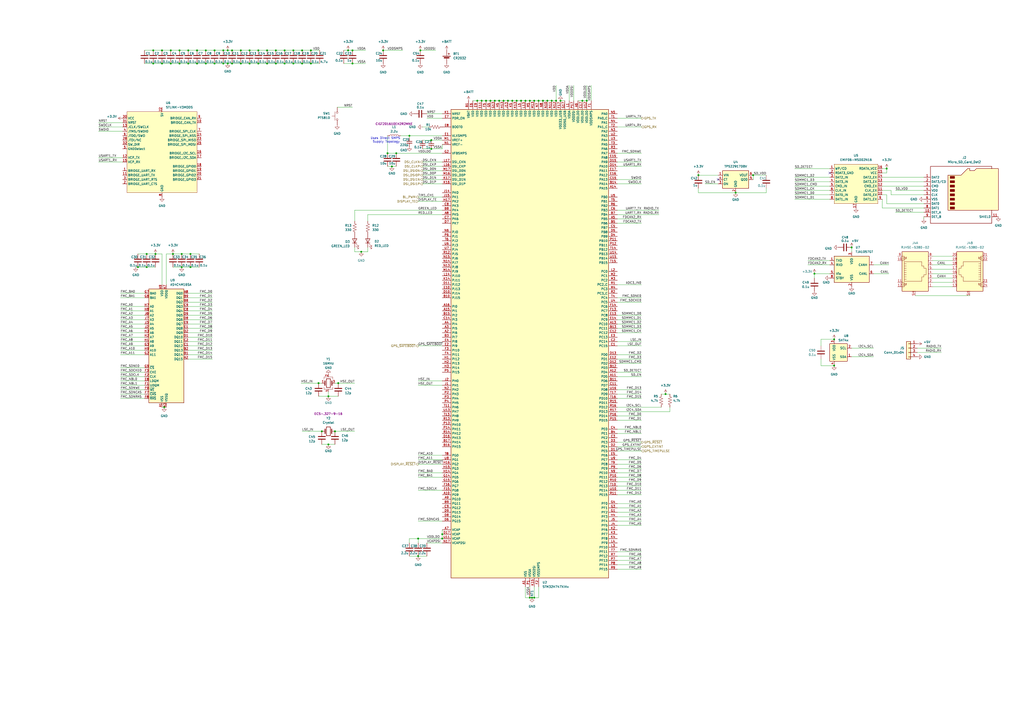
<source format=kicad_sch>
(kicad_sch (version 20250114) (generator "eeschema") (generator_version "9.0")
  (paper "A2")
  (lib_symbols
    (symbol "Connector:Micro_SD_Card_Det2"
      (property "Reference" "J" (at -16.51 17.78 0))
      (property "Value" "Micro_SD_Card_Det2" (at 16.51 17.78 0))
      (symbol "Micro_SD_Card_Det2_1_1"
        (pin bidirectional line (at -22.86 10.16 0) (length 3.81) (name "DAT2") (number "1"))
        (pin bidirectional line (at -22.86 7.62 0) (length 3.81) (name "DAT3/CD") (number "2"))
        (pin input line (at -22.86 5.08 0) (length 3.81) (name "CMD") (number "3"))
        (pin power_in line (at -22.86 2.54 0) (length 3.81) (name "VDD") (number "4"))
        (pin input line (at -22.86 0 0) (length 3.81) (name "CLK") (number "5"))
        (pin power_in line (at -22.86 -2.54 0) (length 3.81) (name "VSS") (number "6"))
        (pin bidirectional line (at -22.86 -5.08 0) (length 3.81) (name "DAT0") (number "7"))
        (pin bidirectional line (at -22.86 -7.62 0) (length 3.81) (name "DAT1") (number "8"))
        (pin passive line (at -22.86 -10.16 0) (length 3.81) (name "DET_A") (number "10"))
        (pin passive line (at -22.86 -12.7 0) (length 3.81) (name "DET_B") (number "9"))
        (pin passive line (at 20.32 -12.7 180) (length 3.81) (name "SHIELD") (number "11"))
      )
    )
    (symbol "Connector:RJ45_LED_Shielded_x2"
      (property "Reference" "J" (at -5.08 13.97 0))
      (property "Value" "RJ45_LED_Shielded_x2" (at 1.27 13.97 0))
      (symbol "RJ45_LED_Shielded_x2_1_1"
        (pin passive line (at -10.16 10.16 0) (length 2.54) (name "~") (number "9"))
        (pin passive line (at -10.16 7.62 0) (length 2.54) (name "~") (number "10"))
        (pin passive line (at -10.16 -5.08 0) (length 2.54) (name "~") (number "11"))
        (pin passive line (at -10.16 -7.62 0) (length 2.54) (name "~") (number "12"))
        (pin passive line (at 0 -12.7 90) (length 2.54) (name "~") (number "SH"))
        (pin passive line (at 10.16 10.16 180) (length 2.54) (name "~") (number "8"))
        (pin passive line (at 10.16 7.62 180) (length 2.54) (name "~") (number "7"))
        (pin passive line (at 10.16 5.08 180) (length 2.54) (name "~") (number "6"))
        (pin passive line (at 10.16 2.54 180) (length 2.54) (name "~") (number "5"))
        (pin passive line (at 10.16 0 180) (length 2.54) (name "~") (number "4"))
        (pin passive line (at 10.16 -2.54 180) (length 2.54) (name "~") (number "3"))
        (pin passive line (at 10.16 -5.08 180) (length 2.54) (name "~") (number "2"))
        (pin passive line (at 10.16 -7.62 180) (length 2.54) (name "~") (number "1"))
      )
      (symbol "RJ45_LED_Shielded_x2_2_1"
        (pin passive line (at -10.16 10.16 0) (length 2.54) (name "~") (number "21"))
        (pin passive line (at -10.16 7.62 0) (length 2.54) (name "~") (number "22"))
        (pin passive line (at -10.16 -5.08 0) (length 2.54) (name "~") (number "23"))
        (pin passive line (at -10.16 -7.62 0) (length 2.54) (name "~") (number "24"))
        (pin passive line (at 0 -12.7 90) (length 2.54) (name "~") (number "SH"))
        (pin passive line (at 10.16 10.16 180) (length 2.54) (name "~") (number "20"))
        (pin passive line (at 10.16 7.62 180) (length 2.54) (name "~") (number "19"))
        (pin passive line (at 10.16 5.08 180) (length 2.54) (name "~") (number "18"))
        (pin passive line (at 10.16 2.54 180) (length 2.54) (name "~") (number "17"))
        (pin passive line (at 10.16 0 180) (length 2.54) (name "~") (number "16"))
        (pin passive line (at 10.16 -2.54 180) (length 2.54) (name "~") (number "15"))
        (pin passive line (at 10.16 -5.08 180) (length 2.54) (name "~") (number "14"))
        (pin passive line (at 10.16 -7.62 180) (length 2.54) (name "~") (number "13"))
      )
    )
    (symbol "Connector_Generic:Conn_01x04" (pin_names (offset 1.016) (hide yes))
      (property "Reference" "J" (at 0 5.08 0))
      (property "Value" "Conn_01x04" (at 0 -7.62 0))
      (symbol "Conn_01x04_1_1"
        (pin passive line (at -5.08 2.54 0) (length 3.81) (name "Pin_1") (number "1"))
        (pin passive line (at -5.08 0 0) (length 3.81) (name "Pin_2") (number "2"))
        (pin passive line (at -5.08 -2.54 0) (length 3.81) (name "Pin_3") (number "3"))
        (pin passive line (at -5.08 -5.08 0) (length 3.81) (name "Pin_4") (number "4"))
      )
    )
    (symbol "Device:Battery_Cell" (pin_numbers (hide yes)) (pin_names (offset 0) (hide yes))
      (property "Reference" "BT" (at 2.54 2.54 0))
      (property "Value" "Battery_Cell" (at 2.54 0 0))
      (symbol "Battery_Cell_1_1"
        (pin passive line (at 0 5.08 270) (length 2.54) (name "+") (number "1"))
        (pin passive line (at 0 -2.54 90) (length 2.54) (name "-") (number "2"))
      )
    )
    (symbol "Device:C" (pin_numbers (hide yes)) (pin_names (offset 0.254))
      (property "Reference" "C" (at 0.635 2.54 0))
      (property "Value" "C" (at 0.635 -2.54 0))
      (symbol "C_1_1"
        (pin passive line (at 0 3.81 270) (length 2.794) (name "~") (number "1"))
        (pin passive line (at 0 -3.81 90) (length 2.794) (name "~") (number "2"))
      )
    )
    (symbol "Device:C_Small" (pin_numbers (hide yes)) (pin_names (offset 0.254) (hide yes))
      (property "Reference" "C" (at 0.254 1.778 0))
      (property "Value" "C_Small" (at 0.254 -2.032 0))
      (symbol "C_Small_1_1"
        (pin passive line (at 0 2.54 270) (length 2.032) (name "~") (number "1"))
        (pin passive line (at 0 -2.54 90) (length 2.032) (name "~") (number "2"))
      )
    )
    (symbol "Device:Crystal" (pin_numbers (hide yes)) (pin_names (offset 1.016) (hide yes))
      (property "Reference" "Y" (at 0 3.81 0))
      (property "Value" "Crystal" (at 0 -3.81 0))
      (symbol "Crystal_1_1"
        (pin passive line (at -3.81 0 0) (length 1.27) (name "1") (number "1"))
        (pin passive line (at 3.81 0 180) (length 1.27) (name "2") (number "2"))
      )
    )
    (symbol "Device:Crystal_GND24" (pin_names (offset 1.016) (hide yes))
      (property "Reference" "Y" (at 3.175 5.08 0))
      (property "Value" "Crystal_GND24" (at 3.175 3.175 0))
      (symbol "Crystal_GND24_1_1"
        (pin passive line (at -3.81 0 0) (length 1.27) (name "1") (number "1"))
        (pin passive line (at 0 5.08 270) (length 1.27) (name "2") (number "2"))
        (pin passive line (at 0 -5.08 90) (length 1.27) (name "4") (number "4"))
        (pin passive line (at 3.81 0 180) (length 1.27) (name "3") (number "3"))
      )
    )
    (symbol "Device:L" (pin_numbers (hide yes)) (pin_names (offset 1.016) (hide yes))
      (property "Reference" "L" (at -1.27 0 90))
      (property "Value" "L" (at 1.905 0 90))
      (symbol "L_1_1"
        (pin passive line (at 0 3.81 270) (length 1.27) (name "1") (number "1"))
        (pin passive line (at 0 -3.81 90) (length 1.27) (name "2") (number "2"))
      )
    )
    (symbol "Device:LED" (pin_numbers (hide yes)) (pin_names (offset 1.016) (hide yes))
      (property "Reference" "D" (at 0 2.54 0))
      (property "Value" "LED" (at 0 -2.54 0))
      (symbol "LED_1_1"
        (pin passive line (at -3.81 0 0) (length 2.54) (name "K") (number "1"))
        (pin passive line (at 3.81 0 180) (length 2.54) (name "A") (number "2"))
      )
    )
    (symbol "Device:NetTie_2" (pin_numbers (hide yes)) (pin_names (offset 0) (hide yes)) (in_bom no)
      (property "Reference" "NT" (at 0 1.27 0))
      (property "Value" "NetTie_2" (at 0 -1.27 0))
      (symbol "NetTie_2_1_1"
        (pin passive line (at -2.54 0 0) (length 2.54) (name "1") (number "1"))
        (pin passive line (at 2.54 0 180) (length 2.54) (name "2") (number "2"))
      )
    )
    (symbol "Device:R_US" (pin_numbers (hide yes)) (pin_names (offset 0))
      (property "Reference" "R" (at 2.54 0 90))
      (property "Value" "R_US" (at -2.54 0 90))
      (symbol "R_US_1_1"
        (pin passive line (at 0 3.81 270) (length 1.27) (name "~") (number "1"))
        (pin passive line (at 0 -3.81 90) (length 1.27) (name "~") (number "2"))
      )
    )
    (symbol "Interface_CAN_LIN:MCP2562-E-SN" (pin_names (offset 1.016))
      (property "Reference" "U" (at -10.16 8.89 0))
      (property "Value" "MCP2562-E-SN" (at 2.54 8.89 0))
      (symbol "MCP2562-E-SN_1_1"
        (pin input line (at -12.7 5.08 0) (length 2.54) (name "TXD") (number "1"))
        (pin output line (at -12.7 2.54 0) (length 2.54) (name "RXD") (number "4"))
        (pin power_in line (at -12.7 -2.54 0) (length 2.54) (name "Vio") (number "5"))
        (pin input line (at -12.7 -5.08 0) (length 2.54) (name "STBY") (number "8"))
        (pin power_in line (at 0 10.16 270) (length 2.54) (name "VDD") (number "3"))
        (pin power_in line (at 0 -10.16 90) (length 2.54) (name "VSS") (number "2"))
        (pin bidirectional line (at 12.7 2.54 180) (length 2.54) (name "CANH") (number "7"))
        (pin bidirectional line (at 12.7 -2.54 180) (length 2.54) (name "CANL") (number "6"))
      )
    )
    (symbol "MCU_ST_STM32H7:STM32H747XIHx"
      (property "Reference" "U" (at -45.72 138.43 0))
      (property "Value" "STM32H747XIHx" (at 38.1 138.43 0))
      (symbol "STM32H747XIHx_1_1"
        (pin input line (at -50.8 134.62 0) (length 5.08) (name "NRST") (number "K1"))
        (pin input line (at -50.8 132.08 0) (length 5.08) (name "PDR_ON") (number "E7"))
        (pin input line (at -50.8 127 0) (length 5.08) (name "BOOT0") (number "E8"))
        (pin power_in line (at -50.8 121.92 0) (length 5.08) (name "VLXSMPS") (number "E1"))
        (pin input line (at -50.8 119.38 0) (length 5.08) (name "VREF+") (number "M1"))
        (pin input line (at -50.8 116.84 0) (length 5.08) (name "VREF-") (number "N1"))
        (pin input line (at -50.8 111.76 0) (length 5.08) (name "VFBSMPS") (number "G2"))
        (pin bidirectional line (at -50.8 106.68 0) (length 5.08) (name "DSI_CKN") (number "L17"))
        (pin bidirectional line (at -50.8 104.14 0) (length 5.08) (name "DSI_CKP") (number "L16"))
        (pin bidirectional line (at -50.8 101.6 0) (length 5.08) (name "DSI_D0N") (number "M17"))
        (pin bidirectional line (at -50.8 99.06 0) (length 5.08) (name "DSI_D0P") (number "M16"))
        (pin bidirectional line (at -50.8 96.52 0) (length 5.08) (name "DSI_D1N") (number "K17"))
        (pin bidirectional line (at -50.8 93.98 0) (length 5.08) (name "DSI_D1P") (number "K16"))
        (pin bidirectional line (at -50.8 88.9 0) (length 5.08) (name "PK0") (number "J14"))
        (pin bidirectional line (at -50.8 86.36 0) (length 5.08) (name "PK1") (number "J15"))
        (pin bidirectional line (at -50.8 83.82 0) (length 5.08) (name "PK2") (number "H17"))
        (pin bidirectional line (at -50.8 81.28 0) (length 5.08) (name "PK3") (number "C8"))
        (pin bidirectional line (at -50.8 78.74 0) (length 5.08) (name "PK4") (number "B8"))
        (pin bidirectional line (at -50.8 76.2 0) (length 5.08) (name "PK5") (number "A8"))
        (pin bidirectional line (at -50.8 73.66 0) (length 5.08) (name "PK6") (number "C7"))
        (pin bidirectional line (at -50.8 71.12 0) (length 5.08) (name "PK7") (number "D7"))
        (pin bidirectional line (at -50.8 66.04 0) (length 5.08) (name "PJ0") (number "N6"))
        (pin bidirectional line (at -50.8 63.5 0) (length 5.08) (name "PJ1") (number "P6"))
        (pin bidirectional line (at -50.8 60.96 0) (length 5.08) (name "PJ2") (number "T6"))
        (pin bidirectional line (at -50.8 58.42 0) (length 5.08) (name "PJ3") (number "U6"))
        (pin bidirectional line (at -50.8 55.88 0) (length 5.08) (name "PJ4") (number "U7"))
        (pin bidirectional line (at -50.8 53.34 0) (length 5.08) (name "PJ5") (number "R12"))
        (pin bidirectional line (at -50.8 50.8 0) (length 5.08) (name "PJ6") (number "N15"))
        (pin bidirectional line (at -50.8 48.26 0) (length 5.08) (name "PJ7") (number "N14"))
        (pin bidirectional line (at -50.8 45.72 0) (length 5.08) (name "PJ8") (number "N13"))
        (pin bidirectional line (at -50.8 43.18 0) (length 5.08) (name "PJ9") (number "M14"))
        (pin bidirectional line (at -50.8 40.64 0) (length 5.08) (name "PJ10") (number "L14"))
        (pin bidirectional line (at -50.8 38.1 0) (length 5.08) (name "PJ11") (number "K14"))
        (pin bidirectional line (at -50.8 35.56 0) (length 5.08) (name "PJ12") (number "D11"))
        (pin bidirectional line (at -50.8 33.02 0) (length 5.08) (name "PJ13") (number "E10"))
        (pin bidirectional line (at -50.8 30.48 0) (length 5.08) (name "PJ14") (number "D10"))
        (pin bidirectional line (at -50.8 27.94 0) (length 5.08) (name "PJ15") (number "B10"))
        (pin bidirectional line (at -50.8 22.86 0) (length 5.08) (name "PI0") (number "A16"))
        (pin bidirectional line (at -50.8 20.32 0) (length 5.08) (name "PI1") (number "A15"))
        (pin bidirectional line (at -50.8 17.78 0) (length 5.08) (name "PI2") (number "B15"))
        (pin bidirectional line (at -50.8 15.24 0) (length 5.08) (name "PI3") (number "C14"))
        (pin bidirectional line (at -50.8 12.7 0) (length 5.08) (name "PI4") (number "A4"))
        (pin bidirectional line (at -50.8 10.16 0) (length 5.08) (name "PI5") (number "A3"))
        (pin bidirectional line (at -50.8 7.62 0) (length 5.08) (name "PI6") (number "A2"))
        (pin bidirectional line (at -50.8 5.08 0) (length 5.08) (name "PI7") (number "B3"))
        (pin bidirectional line (at -50.8 2.54 0) (length 5.08) (name "PI8") (number "E4"))
        (pin bidirectional line (at -50.8 0 0) (length 5.08) (name "PI9") (number "E2"))
        (pin bidirectional line (at -50.8 -2.54 0) (length 5.08) (name "PI10") (number "F3"))
        (pin bidirectional line (at -50.8 -5.08 0) (length 5.08) (name "PI11") (number "F4"))
        (pin bidirectional line (at -50.8 -7.62 0) (length 5.08) (name "PI12") (number "H1"))
        (pin bidirectional line (at -50.8 -10.16 0) (length 5.08) (name "PI13") (number "H2"))
        (pin bidirectional line (at -50.8 -12.7 0) (length 5.08) (name "PI14") (number "H3"))
        (pin bidirectional line (at -50.8 -15.24 0) (length 5.08) (name "PI15") (number "P5"))
        (pin bidirectional line (at -50.8 -20.32 0) (length 5.08) (name "PH0") (number "J2"))
        (pin bidirectional line (at -50.8 -22.86 0) (length 5.08) (name "PH1") (number "J1"))
        (pin bidirectional line (at -50.8 -25.4 0) (length 5.08) (name "PH2") (number "N2"))
        (pin bidirectional line (at -50.8 -27.94 0) (length 5.08) (name "PH3") (number "P2"))
        (pin bidirectional line (at -50.8 -30.48 0) (length 5.08) (name "PH4") (number "P3"))
        (pin bidirectional line (at -50.8 -33.02 0) (length 5.08) (name "PH5") (number "P4"))
        (pin bidirectional line (at -50.8 -35.56 0) (length 5.08) (name "PH6") (number "T11"))
        (pin bidirectional line (at -50.8 -38.1 0) (length 5.08) (name "PH7") (number "U13"))
        (pin bidirectional line (at -50.8 -40.64 0) (length 5.08) (name "PH8") (number "T13"))
        (pin bidirectional line (at -50.8 -43.18 0) (length 5.08) (name "PH9") (number "R13"))
        (pin bidirectional line (at -50.8 -45.72 0) (length 5.08) (name "PH10") (number "P13"))
        (pin bidirectional line (at -50.8 -48.26 0) (length 5.08) (name "PH11") (number "P14"))
        (pin bidirectional line (at -50.8 -50.8 0) (length 5.08) (name "PH12") (number "R14"))
        (pin bidirectional line (at -50.8 -53.34 0) (length 5.08) (name "PH13") (number "D16"))
        (pin bidirectional line (at -50.8 -55.88 0) (length 5.08) (name "PH14") (number "B17"))
        (pin bidirectional line (at -50.8 -58.42 0) (length 5.08) (name "PH15") (number "B16"))
        (pin bidirectional line (at -50.8 -63.5 0) (length 5.08) (name "PG0") (number "T8"))
        (pin bidirectional line (at -50.8 -66.04 0) (length 5.08) (name "PG1") (number "U8"))
        (pin bidirectional line (at -50.8 -68.58 0) (length 5.08) (name "PG2") (number "H16"))
        (pin bidirectional line (at -50.8 -71.12 0) (length 5.08) (name "PG3") (number "H15"))
        (pin bidirectional line (at -50.8 -73.66 0) (length 5.08) (name "PG4") (number "H14"))
        (pin bidirectional line (at -50.8 -76.2 0) (length 5.08) (name "PG5") (number "G14"))
        (pin bidirectional line (at -50.8 -78.74 0) (length 5.08) (name "PG6") (number "G15"))
        (pin bidirectional line (at -50.8 -81.28 0) (length 5.08) (name "PG7") (number "F16"))
        (pin bidirectional line (at -50.8 -83.82 0) (length 5.08) (name "PG8") (number "F15"))
        (pin bidirectional line (at -50.8 -86.36 0) (length 5.08) (name "PG9") (number "A10"))
        (pin bidirectional line (at -50.8 -88.9 0) (length 5.08) (name "PG10") (number "A9"))
        (pin bidirectional line (at -50.8 -91.44 0) (length 5.08) (name "PG11") (number "B9"))
        (pin bidirectional line (at -50.8 -93.98 0) (length 5.08) (name "PG12") (number "C9"))
        (pin bidirectional line (at -50.8 -96.52 0) (length 5.08) (name "PG13") (number "D9"))
        (pin bidirectional line (at -50.8 -99.06 0) (length 5.08) (name "PG14") (number "D8"))
        (pin bidirectional line (at -50.8 -101.6 0) (length 5.08) (name "PG15") (number "D6"))
        (pin power_out line (at -50.8 -106.68 0) (length 5.08) (name "VCAP") (number "A7"))
        (pin power_out line (at -50.8 -109.22 0) (length 5.08) (name "VCAP") (number "D17"))
        (pin power_out line (at -50.8 -111.76 0) (length 5.08) (name "VCAP") (number "U11"))
        (pin power_out line (at -50.8 -114.3 0) (length 5.08) (name "VCAPDSI") (number "N17"))
        (pin power_in line (at -35.56 142.24 270) (length 5.08) (name "VBAT") (number "B1"))
        (pin power_in line (at -33.02 142.24 270) (length 5.08) (name "VDD") (number "E6"))
        (pin power_in line (at -30.48 142.24 270) (length 5.08) (name "VDD") (number "E9"))
        (pin power_in line (at -27.94 142.24 270) (length 5.08) (name "VDD") (number "E11"))
        (pin power_in line (at -25.4 142.24 270) (length 5.08) (name "VDD") (number "F5"))
        (pin power_in line (at -22.86 142.24 270) (length 5.08) (name "VDD") (number "G5"))
        (pin power_in line (at -20.32 142.24 270) (length 5.08) (name "VDD") (number "G13"))
        (pin power_in line (at -17.78 142.24 270) (length 5.08) (name "VDD") (number "H5"))
        (pin power_in line (at -15.24 142.24 270) (length 5.08) (name "VDD") (number "H13"))
        (pin power_in line (at -12.7 142.24 270) (length 5.08) (name "VDD") (number "J13"))
        (pin power_in line (at -10.16 142.24 270) (length 5.08) (name "VDD") (number "K5"))
        (pin power_in line (at -7.62 142.24 270) (length 5.08) (name "VDD") (number "K13"))
        (pin power_in line (at -5.08 142.24 270) (length 5.08) (name "VDD") (number "L5"))
        (pin power_in line (at -2.54 142.24 270) (length 5.08) (name "VDD") (number "L13"))
        (pin power_in line (at -2.54 -139.7 90) (length 5.08) (name "VSS") (number "A1"))
        (pin passive line (at -2.54 -139.7 90) (length 5.08) (hide yes) (name "VSS") (number "A17"))
        (pin passive line (at -2.54 -139.7 90) (length 5.08) (hide yes) (name "VSS") (number "B2"))
        (pin passive line (at -2.54 -139.7 90) (length 5.08) (hide yes) (name "VSS") (number "B6"))
        (pin passive line (at -2.54 -139.7 90) (length 5.08) (hide yes) (name "VSS") (number "C10"))
        (pin passive line (at -2.54 -139.7 90) (length 5.08) (hide yes) (name "VSS") (number "C13"))
        (pin passive line (at -2.54 -139.7 90) (length 5.08) (hide yes) (name "VSS") (number "C16"))
        (pin passive line (at -2.54 -139.7 90) (length 5.08) (hide yes) (name "VSS") (number "G10"))
        (pin passive line (at -2.54 -139.7 90) (length 5.08) (hide yes) (name "VSS") (number "G11"))
        (pin passive line (at -2.54 -139.7 90) (length 5.08) (hide yes) (name "VSS") (number "G16"))
        (pin passive line (at -2.54 -139.7 90) (length 5.08) (hide yes) (name "VSS") (number "G7"))
        (pin passive line (at -2.54 -139.7 90) (length 5.08) (hide yes) (name "VSS") (number "G8"))
        (pin passive line (at -2.54 -139.7 90) (length 5.08) (hide yes) (name "VSS") (number "G9"))
        (pin passive line (at -2.54 -139.7 90) (length 5.08) (hide yes) (name "VSS") (number "H10"))
        (pin passive line (at -2.54 -139.7 90) (length 5.08) (hide yes) (name "VSS") (number "H11"))
        (pin passive line (at -2.54 -139.7 90) (length 5.08) (hide yes) (name "VSS") (number "H7"))
        (pin passive line (at -2.54 -139.7 90) (length 5.08) (hide yes) (name "VSS") (number "H8"))
        (pin passive line (at -2.54 -139.7 90) (length 5.08) (hide yes) (name "VSS") (number "H9"))
        (pin passive line (at -2.54 -139.7 90) (length 5.08) (hide yes) (name "VSS") (number "J10"))
        (pin passive line (at -2.54 -139.7 90) (length 5.08) (hide yes) (name "VSS") (number "J11"))
        (pin passive line (at -2.54 -139.7 90) (length 5.08) (hide yes) (name "VSS") (number "J16"))
        (pin passive line (at -2.54 -139.7 90) (length 5.08) (hide yes) (name "VSS") (number "J17"))
        (pin passive line (at -2.54 -139.7 90) (length 5.08) (hide yes) (name "VSS") (number "J3"))
        (pin passive line (at -2.54 -139.7 90) (length 5.08) (hide yes) (name "VSS") (number "J7"))
        (pin passive line (at -2.54 -139.7 90) (length 5.08) (hide yes) (name "VSS") (number "J8"))
        (pin passive line (at -2.54 -139.7 90) (length 5.08) (hide yes) (name "VSS") (number "J9"))
        (pin passive line (at -2.54 -139.7 90) (length 5.08) (hide yes) (name "VSS") (number "K10"))
        (pin passive line (at -2.54 -139.7 90) (length 5.08) (hide yes) (name "VSS") (number "K11"))
        (pin passive line (at -2.54 -139.7 90) (length 5.08) (hide yes) (name "VSS") (number "K7"))
        (pin passive line (at -2.54 -139.7 90) (length 5.08) (hide yes) (name "VSS") (number "K8"))
        (pin passive line (at -2.54 -139.7 90) (length 5.08) (hide yes) (name "VSS") (number "K9"))
        (pin passive line (at -2.54 -139.7 90) (length 5.08) (hide yes) (name "VSS") (number "L10"))
        (pin passive line (at -2.54 -139.7 90) (length 5.08) (hide yes) (name "VSS") (number "L11"))
        (pin passive line (at -2.54 -139.7 90) (length 5.08) (hide yes) (name "VSS") (number "L7"))
        (pin passive line (at -2.54 -139.7 90) (length 5.08) (hide yes) (name "VSS") (number "L8"))
        (pin passive line (at -2.54 -139.7 90) (length 5.08) (hide yes) (name "VSS") (number "L9"))
        (pin passive line (at -2.54 -139.7 90) (length 5.08) (hide yes) (name "VSS") (number "N16"))
        (pin passive line (at -2.54 -139.7 90) (length 5.08) (hide yes) (name "VSS") (number "R4"))
        (pin passive line (at -2.54 -139.7 90) (length 5.08) (hide yes) (name "VSS") (number "R8"))
        (pin passive line (at -2.54 -139.7 90) (length 5.08) (hide yes) (name "VSS") (number "T12"))
        (pin passive line (at -2.54 -139.7 90) (length 5.08) (hide yes) (name "VSS") (number "U1"))
        (pin passive line (at -2.54 -139.7 90) (length 5.08) (hide yes) (name "VSS") (number "U17"))
        (pin power_in line (at 0 142.24 270) (length 5.08) (name "VDD") (number "M5"))
        (pin power_in line (at 0 -139.7 90) (length 5.08) (name "VSSA") (number "P1"))
        (pin power_in line (at 2.54 142.24 270) (length 5.08) (name "VDD") (number "M13"))
        (pin power_in line (at 2.54 -139.7 90) (length 5.08) (name "VSSDSI") (number "K15"))
        (pin passive line (at 2.54 -139.7 90) (length 5.08) (hide yes) (name "VSSDSI") (number "L15"))
        (pin passive line (at 2.54 -139.7 90) (length 5.08) (hide yes) (name "VSSDSI") (number "M15"))
        (pin power_in line (at 5.08 142.24 270) (length 5.08) (name "VDD") (number "N7"))
        (pin power_in line (at 5.08 -139.7 90) (length 5.08) (name "VSSSMPS") (number "F2"))
        (pin power_in line (at 7.62 142.24 270) (length 5.08) (name "VDD") (number "N8"))
        (pin power_in line (at 10.16 142.24 270) (length 5.08) (name "VDD") (number "N10"))
        (pin power_in line (at 12.7 142.24 270) (length 5.08) (name "VDD") (number "N11"))
        (pin power_in line (at 15.24 142.24 270) (length 5.08) (name "VDD") (number "N12"))
        (pin power_in line (at 17.78 142.24 270) (length 5.08) (name "VDD33_USB") (number "F17"))
        (pin power_in line (at 20.32 142.24 270) (length 5.08) (name "VDD50_USB") (number "G17"))
        (pin power_in line (at 22.86 142.24 270) (length 5.08) (name "VDDA") (number "L1"))
        (pin power_in line (at 25.4 142.24 270) (length 5.08) (name "VDDDSI") (number "P17"))
        (pin power_in line (at 27.94 142.24 270) (length 5.08) (name "VDDLDO") (number "A6"))
        (pin power_in line (at 30.48 142.24 270) (length 5.08) (name "VDDLDO") (number "C17"))
        (pin power_in line (at 33.02 142.24 270) (length 5.08) (name "VDDLDO") (number "U12"))
        (pin power_in line (at 35.56 142.24 270) (length 5.08) (name "VDDSMPS") (number "F1"))
        (pin bidirectional line (at 50.8 134.62 180) (length 5.08) (name "PA0") (number "N5"))
        (pin bidirectional line (at 50.8 132.08 180) (length 5.08) (name "PA0_C") (number "T1"))
        (pin bidirectional line (at 50.8 129.54 180) (length 5.08) (name "PA1") (number "N4"))
        (pin bidirectional line (at 50.8 127 180) (length 5.08) (name "PA1_C") (number "T2"))
        (pin bidirectional line (at 50.8 124.46 180) (length 5.08) (name "PA2") (number "N3"))
        (pin bidirectional line (at 50.8 121.92 180) (length 5.08) (name "PA3") (number "U2"))
        (pin bidirectional line (at 50.8 119.38 180) (length 5.08) (name "PA4") (number "U3"))
        (pin bidirectional line (at 50.8 116.84 180) (length 5.08) (name "PA5") (number "T3"))
        (pin bidirectional line (at 50.8 114.3 180) (length 5.08) (name "PA6") (number "R3"))
        (pin bidirectional line (at 50.8 111.76 180) (length 5.08) (name "PA7") (number "R5"))
        (pin bidirectional line (at 50.8 109.22 180) (length 5.08) (name "PA8") (number "E15"))
        (pin bidirectional line (at 50.8 106.68 180) (length 5.08) (name "PA9") (number "D15"))
        (pin bidirectional line (at 50.8 104.14 180) (length 5.08) (name "PA10") (number "D14"))
        (pin bidirectional line (at 50.8 101.6 180) (length 5.08) (name "PA11") (number "E17"))
        (pin bidirectional line (at 50.8 99.06 180) (length 5.08) (name "PA12") (number "E16"))
        (pin bidirectional line (at 50.8 96.52 180) (length 5.08) (name "PA13") (number "C15"))
        (pin bidirectional line (at 50.8 93.98 180) (length 5.08) (name "PA14") (number "B14"))
        (pin bidirectional line (at 50.8 91.44 180) (length 5.08) (name "PA15") (number "A14"))
        (pin bidirectional line (at 50.8 86.36 180) (length 5.08) (name "PB0") (number "U5"))
        (pin bidirectional line (at 50.8 83.82 180) (length 5.08) (name "PB1") (number "T5"))
        (pin bidirectional line (at 50.8 81.28 180) (length 5.08) (name "PB2") (number "R6"))
        (pin bidirectional line (at 50.8 78.74 180) (length 5.08) (name "PB3") (number "C6"))
        (pin bidirectional line (at 50.8 76.2 180) (length 5.08) (name "PB4") (number "B7"))
        (pin bidirectional line (at 50.8 73.66 180) (length 5.08) (name "PB5") (number "A5"))
        (pin bidirectional line (at 50.8 71.12 180) (length 5.08) (name "PB6") (number "B5"))
        (pin bidirectional line (at 50.8 68.58 180) (length 5.08) (name "PB7") (number "C5"))
        (pin bidirectional line (at 50.8 66.04 180) (length 5.08) (name "PB8") (number "D5"))
        (pin bidirectional line (at 50.8 63.5 180) (length 5.08) (name "PB9") (number "D4"))
        (pin bidirectional line (at 50.8 60.96 180) (length 5.08) (name "PB10") (number "P11"))
        (pin bidirectional line (at 50.8 58.42 180) (length 5.08) (name "PB11") (number "P12"))
        (pin bidirectional line (at 50.8 55.88 180) (length 5.08) (name "PB12") (number "T14"))
        (pin bidirectional line (at 50.8 53.34 180) (length 5.08) (name "PB13") (number "U14"))
        (pin bidirectional line (at 50.8 50.8 180) (length 5.08) (name "PB14") (number "U15"))
        (pin bidirectional line (at 50.8 48.26 180) (length 5.08) (name "PB15") (number "T15"))
        (pin bidirectional line (at 50.8 43.18 180) (length 5.08) (name "PC0") (number "L2"))
        (pin bidirectional line (at 50.8 40.64 180) (length 5.08) (name "PC1") (number "M2"))
        (pin bidirectional line (at 50.8 38.1 180) (length 5.08) (name "PC2") (number "M3"))
        (pin bidirectional line (at 50.8 35.56 180) (length 5.08) (name "PC2_C") (number "R1"))
        (pin bidirectional line (at 50.8 33.02 180) (length 5.08) (name "PC3") (number "M4"))
        (pin bidirectional line (at 50.8 30.48 180) (length 5.08) (name "PC3_C") (number "R2"))
        (pin bidirectional line (at 50.8 27.94 180) (length 5.08) (name "PC4") (number "T4"))
        (pin bidirectional line (at 50.8 25.4 180) (length 5.08) (name "PC5") (number "U4"))
        (pin bidirectional line (at 50.8 22.86 180) (length 5.08) (name "PC6") (number "F14"))
        (pin bidirectional line (at 50.8 20.32 180) (length 5.08) (name "PC7") (number "F13"))
        (pin bidirectional line (at 50.8 17.78 180) (length 5.08) (name "PC8") (number "E13"))
        (pin bidirectional line (at 50.8 15.24 180) (length 5.08) (name "PC9") (number "E14"))
        (pin bidirectional line (at 50.8 12.7 180) (length 5.08) (name "PC10") (number "A13"))
        (pin bidirectional line (at 50.8 10.16 180) (length 5.08) (name "PC11") (number "B13"))
        (pin bidirectional line (at 50.8 7.62 180) (length 5.08) (name "PC12") (number "C12"))
        (pin bidirectional line (at 50.8 5.08 180) (length 5.08) (name "PC13") (number "E3"))
        (pin bidirectional line (at 50.8 2.54 180) (length 5.08) (name "PC14") (number "C2"))
        (pin bidirectional line (at 50.8 0 180) (length 5.08) (name "PC15") (number "C1"))
        (pin bidirectional line (at 50.8 -5.08 180) (length 5.08) (name "PD0") (number "D13"))
        (pin bidirectional line (at 50.8 -7.62 180) (length 5.08) (name "PD1") (number "E12"))
        (pin bidirectional line (at 50.8 -10.16 180) (length 5.08) (name "PD2") (number "D12"))
        (pin bidirectional line (at 50.8 -12.7 180) (length 5.08) (name "PD3") (number "B12"))
        (pin bidirectional line (at 50.8 -15.24 180) (length 5.08) (name "PD4") (number "A12"))
        (pin bidirectional line (at 50.8 -17.78 180) (length 5.08) (name "PD5") (number "A11"))
        (pin bidirectional line (at 50.8 -20.32 180) (length 5.08) (name "PD6") (number "B11"))
        (pin bidirectional line (at 50.8 -22.86 180) (length 5.08) (name "PD7") (number "C11"))
        (pin bidirectional line (at 50.8 -25.4 180) (length 5.08) (name "PD8") (number "U16"))
        (pin bidirectional line (at 50.8 -27.94 180) (length 5.08) (name "PD9") (number "T17"))
        (pin bidirectional line (at 50.8 -30.48 180) (length 5.08) (name "PD10") (number "T16"))
        (pin bidirectional line (at 50.8 -33.02 180) (length 5.08) (name "PD11") (number "R15"))
        (pin bidirectional line (at 50.8 -35.56 180) (length 5.08) (name "PD12") (number "R16"))
        (pin bidirectional line (at 50.8 -38.1 180) (length 5.08) (name "PD13") (number "R17"))
        (pin bidirectional line (at 50.8 -40.64 180) (length 5.08) (name "PD14") (number "P16"))
        (pin bidirectional line (at 50.8 -43.18 180) (length 5.08) (name "PD15") (number "P15"))
        (pin bidirectional line (at 50.8 -48.26 180) (length 5.08) (name "PE0") (number "C4"))
        (pin bidirectional line (at 50.8 -50.8 180) (length 5.08) (name "PE1") (number "B4"))
        (pin bidirectional line (at 50.8 -53.34 180) (length 5.08) (name "PE2") (number "C3"))
        (pin bidirectional line (at 50.8 -55.88 180) (length 5.08) (name "PE3") (number "D3"))
        (pin bidirectional line (at 50.8 -58.42 180) (length 5.08) (name "PE4") (number "D2"))
        (pin bidirectional line (at 50.8 -60.96 180) (length 5.08) (name "PE5") (number "D1"))
        (pin bidirectional line (at 50.8 -63.5 180) (length 5.08) (name "PE6") (number "E5"))
        (pin bidirectional line (at 50.8 -66.04 180) (length 5.08) (name "PE7") (number "U9"))
        (pin bidirectional line (at 50.8 -68.58 180) (length 5.08) (name "PE8") (number "T9"))
        (pin bidirectional line (at 50.8 -71.12 180) (length 5.08) (name "PE9") (number "P9"))
        (pin bidirectional line (at 50.8 -73.66 180) (length 5.08) (name "PE10") (number "N9"))
        (pin bidirectional line (at 50.8 -76.2 180) (length 5.08) (name "PE11") (number "P10"))
        (pin bidirectional line (at 50.8 -78.74 180) (length 5.08) (name "PE12") (number "R10"))
        (pin bidirectional line (at 50.8 -81.28 180) (length 5.08) (name "PE13") (number "T10"))
        (pin bidirectional line (at 50.8 -83.82 180) (length 5.08) (name "PE14") (number "U10"))
        (pin bidirectional line (at 50.8 -86.36 180) (length 5.08) (name "PE15") (number "R11"))
        (pin bidirectional line (at 50.8 -91.44 180) (length 5.08) (name "PF0") (number "G4"))
        (pin bidirectional line (at 50.8 -93.98 180) (length 5.08) (name "PF1") (number "G3"))
        (pin bidirectional line (at 50.8 -96.52 180) (length 5.08) (name "PF2") (number "G1"))
        (pin bidirectional line (at 50.8 -99.06 180) (length 5.08) (name "PF3") (number "H4"))
        (pin bidirectional line (at 50.8 -101.6 180) (length 5.08) (name "PF4") (number "J5"))
        (pin bidirectional line (at 50.8 -104.14 180) (length 5.08) (name "PF5") (number "J4"))
        (pin bidirectional line (at 50.8 -106.68 180) (length 5.08) (name "PF6") (number "K2"))
        (pin bidirectional line (at 50.8 -109.22 180) (length 5.08) (name "PF7") (number "K3"))
        (pin bidirectional line (at 50.8 -111.76 180) (length 5.08) (name "PF8") (number "K4"))
        (pin bidirectional line (at 50.8 -114.3 180) (length 5.08) (name "PF9") (number "L4"))
        (pin bidirectional line (at 50.8 -116.84 180) (length 5.08) (name "PF10") (number "L3"))
        (pin bidirectional line (at 50.8 -119.38 180) (length 5.08) (name "PF11") (number "T7"))
        (pin bidirectional line (at 50.8 -121.92 180) (length 5.08) (name "PF12") (number "R7"))
        (pin bidirectional line (at 50.8 -124.46 180) (length 5.08) (name "PF13") (number "P7"))
        (pin bidirectional line (at 50.8 -127 180) (length 5.08) (name "PF14") (number "P8"))
        (pin bidirectional line (at 50.8 -129.54 180) (length 5.08) (name "PF15") (number "R9"))
      )
    )
    (symbol "Memory_Custom:AS4C4M16SA-6BIN"
      (property "Reference" "U" (at -7.62 34.29 0))
      (property "Value" "AS4C4M16SA" (at 7.62 34.29 0))
      (symbol "AS4C4M16SA-6BIN_1_1"
        (pin input line (at -12.7 30.48 0) (length 2.54) (name "BA0") (number "G7"))
        (pin input line (at -12.7 27.94 0) (length 2.54) (name "BA1") (number "G8"))
        (pin input line (at -12.7 22.86 0) (length 2.54) (name "A0") (number "H7"))
        (pin input line (at -12.7 20.32 0) (length 2.54) (name "A1") (number "H8"))
        (pin input line (at -12.7 17.78 0) (length 2.54) (name "A2") (number "J8"))
        (pin input line (at -12.7 15.24 0) (length 2.54) (name "A3") (number "J7"))
        (pin input line (at -12.7 12.7 0) (length 2.54) (name "A4") (number "J3"))
        (pin input line (at -12.7 10.16 0) (length 2.54) (name "A5") (number "J2"))
        (pin input line (at -12.7 7.62 0) (length 2.54) (name "A6") (number "H3"))
        (pin input line (at -12.7 5.08 0) (length 2.54) (name "A7") (number "H2"))
        (pin input line (at -12.7 2.54 0) (length 2.54) (name "A8") (number "H1"))
        (pin input line (at -12.7 0 0) (length 2.54) (name "A9") (number "G3"))
        (pin input line (at -12.7 -2.54 0) (length 2.54) (name "A10") (number "H9"))
        (pin input line (at -12.7 -5.08 0) (length 2.54) (name "A11") (number "G2"))
        (pin input line (at -12.7 -12.7 0) (length 2.54) (name "~{CS}") (number "G9"))
        (pin input line (at -12.7 -15.24 0) (length 2.54) (name "CKE") (number "F3"))
        (pin input line (at -12.7 -17.78 0) (length 2.54) (name "CLK") (number "F2"))
        (pin input line (at -12.7 -20.32 0) (length 2.54) (name "LDQM") (number "E8"))
        (pin input line (at -12.7 -22.86 0) (length 2.54) (name "UDQM") (number "F1"))
        (pin input line (at -12.7 -25.4 0) (length 2.54) (name "~{WE}") (number "F9"))
        (pin input line (at -12.7 -27.94 0) (length 2.54) (name "~{CAS}") (number "F7"))
        (pin input line (at -12.7 -30.48 0) (length 2.54) (name "~{RAS}") (number "F8"))
        (pin power_in line (at -2.54 35.56 270) (length 2.54) (name "VDD") (number "A9"))
        (pin passive line (at -2.54 35.56 270) (length 2.54) (hide yes) (name "VDD") (number "E7"))
        (pin passive line (at -2.54 35.56 270) (length 2.54) (hide yes) (name "VDD") (number "J9"))
        (pin power_in line (at -2.54 -35.56 90) (length 2.54) (name "VSS") (number "A1"))
        (pin passive line (at -2.54 -35.56 90) (length 2.54) (hide yes) (name "VSS") (number "E3"))
        (pin passive line (at -2.54 -35.56 90) (length 2.54) (hide yes) (name "VSS") (number "J1"))
        (pin power_in line (at 0 35.56 270) (length 2.54) (name "VDDQ") (number "A7"))
        (pin passive line (at 0 35.56 270) (length 2.54) (hide yes) (name "VDDQ") (number "B3"))
        (pin passive line (at 0 35.56 270) (length 2.54) (hide yes) (name "VDDQ") (number "C7"))
        (pin passive line (at 0 35.56 270) (length 2.54) (hide yes) (name "VDDQ") (number "D3"))
        (pin power_in line (at 0 -35.56 90) (length 2.54) (name "VSSQ") (number "A3"))
        (pin passive line (at 0 -35.56 90) (length 2.54) (hide yes) (name "VSSQ") (number "B7"))
        (pin passive line (at 0 -35.56 90) (length 2.54) (hide yes) (name "VSSQ") (number "C3"))
        (pin passive line (at 0 -35.56 90) (length 2.54) (hide yes) (name "VSSQ") (number "D7"))
        (pin no_connect line (at 10.16 -17.78 180) (length 2.54) (hide yes) (name "NC") (number "E2"))
        (pin no_connect line (at 10.16 -17.78 180) (length 2.54) (hide yes) (name "NC") (number "G1"))
        (pin bidirectional line (at 12.7 30.48 180) (length 2.54) (name "DQ0") (number "A8"))
        (pin bidirectional line (at 12.7 27.94 180) (length 2.54) (name "DQ1") (number "B9"))
        (pin bidirectional line (at 12.7 25.4 180) (length 2.54) (name "DQ2") (number "B8"))
        (pin bidirectional line (at 12.7 22.86 180) (length 2.54) (name "DQ3") (number "C9"))
        (pin bidirectional line (at 12.7 20.32 180) (length 2.54) (name "DQ4") (number "C8"))
        (pin bidirectional line (at 12.7 17.78 180) (length 2.54) (name "DQ5") (number "D9"))
        (pin bidirectional line (at 12.7 15.24 180) (length 2.54) (name "DQ6") (number "D8"))
        (pin bidirectional line (at 12.7 12.7 180) (length 2.54) (name "DQ7") (number "E9"))
        (pin bidirectional line (at 12.7 10.16 180) (length 2.54) (name "DQ8") (number "E1"))
        (pin bidirectional line (at 12.7 7.62 180) (length 2.54) (name "DQ9") (number "D2"))
        (pin bidirectional line (at 12.7 5.08 180) (length 2.54) (name "DQ10") (number "D1"))
        (pin bidirectional line (at 12.7 2.54 180) (length 2.54) (name "DQ11") (number "C2"))
        (pin bidirectional line (at 12.7 0 180) (length 2.54) (name "DQ12") (number "C1"))
        (pin bidirectional line (at 12.7 -2.54 180) (length 2.54) (name "DQ13") (number "B2"))
        (pin bidirectional line (at 12.7 -5.08 180) (length 2.54) (name "DQ14") (number "B1"))
        (pin bidirectional line (at 12.7 -7.62 180) (length 2.54) (name "DQ15") (number "A2"))
      )
    )
    (symbol "Power_Management:TPS22917DBV"
      (property "Reference" "U" (at -6.35 6.35 0))
      (property "Value" "TPS22917DBV" (at 2.54 6.35 0))
      (symbol "TPS22917DBV_1_1"
        (pin power_in line (at -10.16 2.54 0) (length 2.54) (name "VIN") (number "1"))
        (pin output line (at -10.16 0 0) (length 2.54) (name "CT") (number "4"))
        (pin input line (at -10.16 -2.54 0) (length 2.54) (name "ON") (number "3"))
        (pin power_in line (at 0 -7.62 90) (length 2.54) (name "GND") (number "2"))
        (pin power_out line (at 10.16 2.54 180) (length 2.54) (name "VOUT") (number "6"))
        (pin open_collector line (at 10.16 0 180) (length 2.54) (name "QOD") (number "5"))
      )
    )
    (symbol "ST-Link_V3:STLink-V3MODS"
      (property "Reference" "U" (at 11.176 2.032 0))
      (property "Value" "STLINK-V3MODS" (at 11.43 0.254 0))
      (symbol "STLink-V3MODS_1_1"
        (pin input line (at -22.86 -5.08 0) (length 2.54) (name "VCC") (number "30"))
        (pin output line (at -22.86 -7.62 0) (length 2.54) (name "NRST") (number "31"))
        (pin output line (at -22.86 -10.16 0) (length 2.54) (name "JCLK/SWCLK") (number "13"))
        (pin bidirectional line (at -22.86 -12.7 0) (length 2.54) (name "JTMS/SWDIO") (number "4"))
        (pin input line (at -22.86 -15.24 0) (length 2.54) (name "JTDO/SWO") (number "6"))
        (pin output line (at -22.86 -17.78 0) (length 2.54) (name "JTDI/NC") (number "28"))
        (pin output line (at -22.86 -20.32 0) (length 2.54) (name "SW_DIR") (number "32"))
        (pin output line (at -22.86 -22.86 0) (length 2.54) (name "GNDDetect") (number "5"))
        (pin input line (at -22.86 -27.94 0) (length 2.54) (name "VCP_TX") (number "12"))
        (pin output line (at -22.86 -30.48 0) (length 2.54) (name "VCP_RX") (number "15"))
        (pin input line (at -22.86 -35.56 0) (length 2.54) (name "BRIDGE_UART_RX") (number "1"))
        (pin output line (at -22.86 -38.1 0) (length 2.54) (name "BRIDGE_UART_TX") (number "11"))
        (pin output line (at -22.86 -40.64 0) (length 2.54) (name "BRIDGE_UART_RTS") (number "3"))
        (pin input line (at -22.86 -43.18 0) (length 2.54) (name "BRIDGE_UART_CTS") (number "2"))
        (pin power_out line (at 0 1.27 270) (length 2.54) (name "5V") (number "22"))
        (pin power_in line (at 0 -50.8 90) (length 2.54) (hide yes) (name "GND") (number "24"))
        (pin power_in line (at 0 -50.8 90) (length 2.54) (hide yes) (name "GND") (number "26"))
        (pin power_in line (at 0 -50.8 90) (length 2.54) (hide yes) (name "GND") (number "27"))
        (pin power_in line (at 0 -50.8 90) (length 2.54) (hide yes) (name "GND") (number "29"))
        (pin power_in line (at 0 -50.8 90) (length 2.54) (name "GND") (number "8"))
        (pin input line (at 22.86 -5.08 180) (length 2.54) (name "BRIDGE_CAN_RX") (number "9"))
        (pin output line (at 22.86 -7.62 180) (length 2.54) (name "BRIDGE_CAN_TX") (number "10"))
        (pin input line (at 22.86 -12.7 180) (length 2.54) (name "BRIDGE_SPI_CLK") (number "7"))
        (pin bidirectional line (at 22.86 -15.24 180) (length 2.54) (name "BRIDGE_SPI_NSS") (number "14"))
        (pin bidirectional line (at 22.86 -17.78 180) (length 2.54) (name "BRIDGE_SPI_MISO") (number "23"))
        (pin bidirectional line (at 22.86 -20.32 180) (length 2.54) (name "BRIDGE_SPI_MOSI") (number "25"))
        (pin output line (at 22.86 -25.4 180) (length 2.54) (name "BRIDGE_I2C_SCL") (number "16"))
        (pin bidirectional line (at 22.86 -27.94 180) (length 2.54) (name "BRIDGE_I2C_SDA") (number "17"))
        (pin bidirectional line (at 22.86 -33.02 180) (length 2.54) (name "BRIDGE_GPIO0") (number "18"))
        (pin bidirectional line (at 22.86 -35.56 180) (length 2.54) (name "BRIDGE_GPIO1") (number "19"))
        (pin bidirectional line (at 22.86 -38.1 180) (length 2.54) (name "BRIDGE_GPIO2") (number "20"))
        (pin bidirectional line (at 22.86 -40.64 180) (length 2.54) (name "BRIDGE_GPIO3") (number "21"))
      )
    )
    (symbol "ST:EMIF06-MSD02N16"
      (property "Reference" "U" (at 0 0 0))
      (property "Value" "EMIF06-MSD02N16" (at 0.254 -1.778 0))
      (symbol "EMIF06-MSD02N16_1_1"
        (pin input line (at -15.24 -6.35 0) (length 2.54) (name "WP/CD") (number "1"))
        (pin input line (at -15.24 -8.89 0) (length 2.54) (name "RDAT3_GND") (number "2"))
        (pin bidirectional line (at -15.24 -11.43 0) (length 2.54) (name "DAT2_IN") (number "3"))
        (pin bidirectional line (at -15.24 -13.97 0) (length 2.54) (name "DAT3_IN") (number "4"))
        (pin input line (at -15.24 -16.51 0) (length 2.54) (name "CMD_IN") (number "5"))
        (pin input line (at -15.24 -19.05 0) (length 2.54) (name "CLK_IN") (number "6"))
        (pin bidirectional line (at -15.24 -21.59 0) (length 2.54) (name "DAT0_IN") (number "7"))
        (pin bidirectional line (at -15.24 -24.13 0) (length 2.54) (name "DAT1_IN") (number "8"))
        (pin power_in line (at 0 -29.21 90) (length 2.54) (name "GND") (number "17"))
        (pin input line (at 15.24 -6.35 180) (length 2.54) (name "RDATA_VCC") (number "16"))
        (pin power_in line (at 15.24 -8.89 180) (length 2.54) (name "VCC") (number "15"))
        (pin bidirectional line (at 15.24 -11.43 180) (length 2.54) (name "DAT2_EX") (number "14"))
        (pin bidirectional line (at 15.24 -13.97 180) (length 2.54) (name "DAT3_EX") (number "13"))
        (pin output line (at 15.24 -16.51 180) (length 2.54) (name "CMD_EX") (number "12"))
        (pin output line (at 15.24 -19.05 180) (length 2.54) (name "CLK_EX") (number "11"))
        (pin bidirectional line (at 15.24 -21.59 180) (length 2.54) (name "DAT0_EX") (number "10"))
        (pin bidirectional line (at 15.24 -24.13 180) (length 2.54) (name "DAT1_EX") (number "9"))
      )
    )
    (symbol "Sensor_Humidity:SHT4x"
      (property "Reference" "U" (at 0 8.89 0))
      (property "Value" "SHT4x" (at 0 6.35 0))
      (symbol "SHT4x_1_1"
        (pin input line (at -7.62 2.54 0) (length 2.54) (name "SCL") (number "2"))
        (pin bidirectional line (at -7.62 -2.54 0) (length 2.54) (name "SDA") (number "1"))
        (pin power_in line (at 2.54 7.62 270) (length 2.54) (name "VDD") (number "3"))
        (pin power_in line (at 2.54 -7.62 90) (length 2.54) (name "VSS") (number "4"))
      )
    )
    (symbol "Switch:SW_Push" (pin_numbers (hide yes)) (pin_names (offset 1.016) (hide yes))
      (property "Reference" "SW" (at 1.27 2.54 0))
      (property "Value" "SW_Push" (at 0 -1.524 0))
      (symbol "SW_Push_0_1"
        (pin passive line (at -5.08 0 0) (length 2.54) (name "1") (number "1"))
        (pin passive line (at 5.08 0 180) (length 2.54) (name "2") (number "2"))
      )
    )
    (symbol "power:+3.3V" (power) (pin_numbers (hide yes)) (pin_names (offset 0) (hide yes))
      (property "Value" "+3.3V" (at 0 3.556 0))
      (symbol "+3.3V_1_1"
        (pin power_in line (at 0 0 90) (length 0) (name "~") (number "1"))
      )
    )
    (symbol "power:+5V" (power) (pin_names (offset 0))
      (property "Value" "+5V" (at 0 3.556 0))
      (symbol "+5V_1_1"
        (pin power_in line (at 0 0 90) (length 0) (hide yes) (name "+5V") (number "1"))
      )
    )
    (symbol "power:+BATT" (power) (pin_numbers (hide yes)) (pin_names (offset 0) (hide yes))
      (property "Value" "+BATT" (at 0 3.556 0))
      (symbol "+BATT_1_1"
        (pin power_in line (at 0 0 90) (length 0) (name "~") (number "1"))
      )
    )
    (symbol "power:GND" (power) (pin_numbers (hide yes)) (pin_names (offset 0) (hide yes))
      (property "Value" "GND" (at 0 -3.81 0))
      (symbol "GND_1_1"
        (pin power_in line (at 0 0 270) (length 0) (name "~") (number "1"))
      )
    )
  )
  (text "Uses Direct SMPS \nSupply Topology\n" (at 224.028 81.28 0) (effects (font (size 1.27 1.27))))
  (junction (at 279.4 58.42))
  (junction (at 93.98 36.83))
  (junction (at 317.5 58.42))
  (junction (at 222.25 29.21))
  (junction (at 114.3 29.21))
  (junction (at 242.57 312.42))
  (junction (at 109.22 36.83))
  (junction (at 309.88 346.71))
  (junction (at 322.58 58.42))
  (junction (at 224.79 88.9))
  (junction (at 340.36 58.42))
  (junction (at 165.1 29.21))
  (junction (at 85.09 154.94))
  (junction (at 160.02 36.83))
  (junction (at 149.86 36.83))
  (junction (at 175.26 36.83))
  (junction (at 314.96 58.42))
  (junction (at 190.5 229.87))
  (junction (at 201.93 29.21))
  (junction (at 99.06 36.83))
  (junction (at 170.18 29.21))
  (junction (at 184.785 222.25))
  (junction (at 308.61 346.71))
  (junction (at 309.88 58.42))
  (junction (at 242.57 322.58))
  (junction (at 110.49 147.32))
  (junction (at 483.87 196.85))
  (junction (at 160.02 29.21))
  (junction (at 88.9 36.83))
  (junction (at 304.8 58.42))
  (junction (at 204.47 36.83))
  (junction (at 405.13 101.6))
  (junction (at 109.22 29.21))
  (junction (at 337.82 58.42))
  (junction (at 297.18 58.42))
  (junction (at 132.08 29.21))
  (junction (at 237.49 78.74))
  (junction (at 134.62 29.21))
  (junction (at 190.5 257.81))
  (junction (at 165.1 36.83))
  (junction (at 144.78 36.83))
  (junction (at 287.02 58.42))
  (junction (at 93.98 29.21))
  (junction (at 124.46 29.21))
  (junction (at 124.46 36.83))
  (junction (at 302.26 58.42))
  (junction (at 196.215 222.25))
  (junction (at 312.42 58.42))
  (junction (at 229.87 88.9))
  (junction (at 386.08 228.6))
  (junction (at 114.3 36.83))
  (junction (at 119.38 29.21))
  (junction (at 154.94 36.83))
  (junction (at 149.86 29.21))
  (junction (at 494.03 143.51))
  (junction (at 95.25 236.22))
  (junction (at 90.17 147.32))
  (junction (at 284.48 58.42))
  (junction (at 119.38 36.83))
  (junction (at 472.44 158.75))
  (junction (at 307.34 346.71))
  (junction (at 105.41 147.32))
  (junction (at 175.26 29.21))
  (junction (at 514.35 97.79))
  (junction (at 99.06 29.21))
  (junction (at 110.49 154.94))
  (junction (at 104.14 29.21))
  (junction (at 204.47 29.21))
  (junction (at 276.86 58.42))
  (junction (at 139.7 36.83))
  (junction (at 292.1 58.42))
  (junction (at 104.14 36.83))
  (junction (at 209.55 146.05))
  (junction (at 105.41 154.94))
  (junction (at 85.09 147.32))
  (junction (at 320.04 58.42))
  (junction (at 186.69 250.19))
  (junction (at 227.33 96.52))
  (junction (at 243.84 29.21))
  (junction (at 170.18 36.83))
  (junction (at 100.33 147.32))
  (junction (at 281.94 58.42))
  (junction (at 256.54 309.88))
  (junction (at 180.34 36.83))
  (junction (at 139.7 29.21))
  (junction (at 250.19 86.36))
  (junction (at 80.01 154.94))
  (junction (at 325.12 58.42))
  (junction (at 88.9 29.21))
  (junction (at 299.72 58.42))
  (junction (at 129.54 36.83))
  (junction (at 144.78 29.21))
  (junction (at 426.72 111.76))
  (junction (at 294.64 58.42))
  (junction (at 307.34 58.42))
  (junction (at 289.56 58.42))
  (junction (at 129.54 29.21))
  (junction (at 256.54 312.42))
  (junction (at 132.08 36.83))
  (junction (at 194.31 250.19))
  (junction (at 436.88 101.6))
  (junction (at 134.62 36.83))
  (junction (at 154.94 29.21))
  (junction (at 483.87 212.09))
  (junction (at 180.34 29.21))
  (junction (at 250.19 81.28))
  (no_connect (at 416.56 104.14))
  (no_connect (at 481.33 100.33))
  (wire (pts (xy 69.85 220.98) (xy 83.82 220.98)))
  (wire (pts (xy 358.14 185.42) (xy 372.11 185.42)))
  (wire (pts (xy 358.14 322.58) (xy 372.11 322.58)))
  (wire (pts (xy 330.2 49.53) (xy 330.2 58.42)))
  (wire (pts (xy 242.57 223.52) (xy 256.54 223.52)))
  (wire (pts (xy 180.34 29.21) (xy 185.42 29.21)))
  (wire (pts (xy 99.06 36.83) (xy 93.98 36.83)))
  (wire (pts (xy 514.35 97.79) (xy 514.35 100.33)))
  (wire (pts (xy 83.82 215.9) (xy 69.85 215.9)))
  (wire (pts (xy 184.785 222.25) (xy 174.625 222.25)))
  (wire (pts (xy 274.32 58.42) (xy 276.86 58.42)))
  (wire (pts (xy 245.11 86.36) (xy 250.19 86.36)))
  (wire (pts (xy 129.54 36.83) (xy 124.46 36.83)))
  (wire (pts (xy 322.58 49.53) (xy 322.58 58.42)))
  (wire (pts (xy 256.54 200.66) (xy 242.57 200.66)))
  (wire (pts (xy 358.14 96.52) (xy 372.11 96.52)))
  (wire (pts (xy 250.19 86.36) (xy 256.54 86.36)))
  (wire (pts (xy 213.36 124.46) (xy 213.36 128.27)))
  (wire (pts (xy 83.82 29.21) (xy 88.9 29.21)))
  (wire (pts (xy 139.7 29.21) (xy 144.78 29.21)))
  (wire (pts (xy 309.88 58.42) (xy 312.42 58.42)))
  (wire (pts (xy 297.18 58.42) (xy 299.72 58.42)))
  (wire (pts (xy 237.49 78.74) (xy 256.54 78.74)))
  (wire (pts (xy 83.82 172.72) (xy 69.85 172.72)))
  (wire (pts (xy 71.12 93.98) (xy 57.15 93.98)))
  (wire (pts (xy 304.8 346.71) (xy 304.8 340.36)))
  (wire (pts (xy 245.11 73.66) (xy 248.92 73.66)))
  (wire (pts (xy 88.9 29.21) (xy 93.98 29.21)))
  (wire (pts (xy 358.14 93.98) (xy 372.11 93.98)))
  (wire (pts (xy 358.14 200.66) (xy 372.11 200.66)))
  (wire (pts (xy 245.11 99.06) (xy 256.54 99.06)))
  (wire (pts (xy 83.82 185.42) (xy 69.85 185.42)))
  (wire (pts (xy 134.62 29.21) (xy 139.7 29.21)))
  (wire (pts (xy 83.82 180.34) (xy 69.85 180.34)))
  (wire (pts (xy 139.7 36.83) (xy 144.78 36.83)))
  (wire (pts (xy 96.52 147.32) (xy 100.33 147.32)))
  (wire (pts (xy 472.44 158.75) (xy 481.33 158.75)))
  (wire (pts (xy 358.14 297.18) (xy 372.11 297.18)))
  (wire (pts (xy 511.81 120.65) (xy 535.94 120.65)))
  (wire (pts (xy 287.02 58.42) (xy 289.56 58.42)))
  (wire (pts (xy 205.74 146.05) (xy 209.55 146.05)))
  (wire (pts (xy 132.08 36.83) (xy 134.62 36.83)))
  (wire (pts (xy 229.87 88.9) (xy 256.54 88.9)))
  (wire (pts (xy 104.14 29.21) (xy 109.22 29.21)))
  (wire (pts (xy 109.22 198.12) (xy 123.19 198.12)))
  (wire (pts (xy 109.22 180.34) (xy 123.19 180.34)))
  (wire (pts (xy 472.44 161.29) (xy 472.44 158.75)))
  (wire (pts (xy 104.14 36.83) (xy 99.06 36.83)))
  (wire (pts (xy 405.13 101.6) (xy 416.56 101.6)))
  (wire (pts (xy 358.14 172.72) (xy 372.11 172.72)))
  (wire (pts (xy 237.49 80.01) (xy 237.49 78.74)))
  (wire (pts (xy 109.22 193.04) (xy 123.19 193.04)))
  (wire (pts (xy 186.69 257.81) (xy 190.5 257.81)))
  (wire (pts (xy 358.14 175.26) (xy 372.11 175.26)))
  (wire (pts (xy 358.14 241.3) (xy 372.11 241.3)))
  (wire (pts (xy 83.82 226.06) (xy 69.85 226.06)))
  (wire (pts (xy 242.57 312.42) (xy 242.57 314.96)))
  (wire (pts (xy 88.9 36.83) (xy 83.82 36.83)))
  (wire (pts (xy 154.94 36.83) (xy 160.02 36.83)))
  (wire (pts (xy 109.22 36.83) (xy 104.14 36.83)))
  (wire (pts (xy 535.94 118.11) (xy 514.35 118.11)))
  (wire (pts (xy 337.82 58.42) (xy 340.36 58.42)))
  (wire (pts (xy 358.14 127) (xy 372.11 127)))
  (wire (pts (xy 358.14 198.12) (xy 372.11 198.12)))
  (wire (pts (xy 506.73 153.67) (xy 515.62 153.67)))
  (wire (pts (xy 312.42 58.42) (xy 314.96 58.42)))
  (wire (pts (xy 541.02 163.83) (xy 552.45 163.83)))
  (wire (pts (xy 160.02 36.83) (xy 165.1 36.83)))
  (wire (pts (xy 213.36 124.46) (xy 256.54 124.46)))
  (wire (pts (xy 532.13 201.93) (xy 546.1 201.93)))
  (wire (pts (xy 372.11 248.92) (xy 358.14 248.92)))
  (wire (pts (xy 256.54 83.82) (xy 256.54 86.36)))
  (wire (pts (xy 358.14 266.7) (xy 372.11 266.7)))
  (wire (pts (xy 242.57 220.98) (xy 256.54 220.98)))
  (wire (pts (xy 511.81 105.41) (xy 535.94 105.41)))
  (wire (pts (xy 444.5 111.76) (xy 426.72 111.76)))
  (wire (pts (xy 204.47 62.23) (xy 195.58 62.23)))
  (wire (pts (xy 256.54 276.86) (xy 242.57 276.86)))
  (wire (pts (xy 149.86 36.83) (xy 154.94 36.83)))
  (wire (pts (xy 308.61 346.71) (xy 309.88 346.71)))
  (wire (pts (xy 317.5 58.42) (xy 320.04 58.42)))
  (wire (pts (xy 237.49 312.42) (xy 237.49 314.96)))
  (wire (pts (xy 358.14 210.82) (xy 372.11 210.82)))
  (wire (pts (xy 481.33 102.87) (xy 461.01 102.87)))
  (wire (pts (xy 358.14 299.72) (xy 372.11 299.72)))
  (wire (pts (xy 511.81 102.87) (xy 535.94 102.87)))
  (wire (pts (xy 110.49 147.32) (xy 115.57 147.32)))
  (wire (pts (xy 205.74 121.92) (xy 205.74 128.27)))
  (wire (pts (xy 83.82 190.5) (xy 69.85 190.5)))
  (wire (pts (xy 71.12 71.12) (xy 57.15 71.12)))
  (wire (pts (xy 535.94 125.73) (xy 535.94 127)))
  (wire (pts (xy 256.54 264.16) (xy 242.57 264.16)))
  (wire (pts (xy 358.14 271.78) (xy 372.11 271.78)))
  (wire (pts (xy 481.33 97.79) (xy 461.01 97.79)))
  (wire (pts (xy 468.63 153.67) (xy 481.33 153.67)))
  (wire (pts (xy 481.33 113.03) (xy 461.01 113.03)))
  (wire (pts (xy 494.03 207.01) (xy 506.73 207.01)))
  (wire (pts (xy 199.39 36.83) (xy 204.47 36.83)))
  (wire (pts (xy 83.82 231.14) (xy 69.85 231.14)))
  (wire (pts (xy 109.22 29.21) (xy 114.3 29.21)))
  (wire (pts (xy 358.14 287.02) (xy 372.11 287.02)))
  (wire (pts (xy 69.85 205.74) (xy 83.82 205.74)))
  (wire (pts (xy 256.54 274.32) (xy 242.57 274.32)))
  (wire (pts (xy 205.74 121.92) (xy 256.54 121.92)))
  (wire (pts (xy 71.12 76.2) (xy 57.15 76.2)))
  (wire (pts (xy 83.82 193.04) (xy 69.85 193.04)))
  (wire (pts (xy 69.85 218.44) (xy 83.82 218.44)))
  (wire (pts (xy 149.86 29.21) (xy 154.94 29.21)))
  (wire (pts (xy 247.65 314.96) (xy 256.54 314.96)))
  (wire (pts (xy 129.54 29.21) (xy 132.08 29.21)))
  (wire (pts (xy 71.12 91.44) (xy 57.15 91.44)))
  (wire (pts (xy 541.02 166.37) (xy 552.45 166.37)))
  (wire (pts (xy 109.22 195.58) (xy 123.19 195.58)))
  (wire (pts (xy 119.38 29.21) (xy 124.46 29.21)))
  (wire (pts (xy 184.785 229.87) (xy 190.5 229.87)))
  (wire (pts (xy 190.5 229.87) (xy 196.215 229.87)))
  (wire (pts (xy 511.81 115.57) (xy 511.81 120.65)))
  (wire (pts (xy 383.54 236.22) (xy 358.14 236.22)))
  (wire (pts (xy 212.09 29.21) (xy 204.47 29.21)))
  (wire (pts (xy 436.88 101.6) (xy 444.5 101.6)))
  (wire (pts (xy 309.88 346.71) (xy 312.42 346.71)))
  (wire (pts (xy 134.62 36.83) (xy 139.7 36.83)))
  (wire (pts (xy 80.01 154.94) (xy 78.74 154.94)))
  (wire (pts (xy 530.86 171.45) (xy 562.61 171.45)))
  (wire (pts (xy 358.14 259.08) (xy 372.11 259.08)))
  (wire (pts (xy 204.47 36.83) (xy 212.09 36.83)))
  (wire (pts (xy 358.14 228.6) (xy 372.11 228.6)))
  (wire (pts (xy 358.14 304.8) (xy 372.11 304.8)))
  (wire (pts (xy 160.02 29.21) (xy 165.1 29.21)))
  (wire (pts (xy 358.14 205.74) (xy 372.11 205.74)))
  (wire (pts (xy 325.12 58.42) (xy 327.66 58.42)))
  (wire (pts (xy 335.28 58.42) (xy 337.82 58.42)))
  (wire (pts (xy 511.81 107.95) (xy 535.94 107.95)))
  (wire (pts (xy 242.57 266.7) (xy 256.54 266.7)))
  (wire (pts (xy 281.94 58.42) (xy 284.48 58.42)))
  (wire (pts (xy 85.09 154.94) (xy 90.17 154.94)))
  (wire (pts (xy 109.22 190.5) (xy 123.19 190.5)))
  (wire (pts (xy 109.22 208.28) (xy 123.19 208.28)))
  (wire (pts (xy 205.74 143.51) (xy 205.74 146.05)))
  (wire (pts (xy 358.14 294.64) (xy 372.11 294.64)))
  (wire (pts (xy 132.08 36.83) (xy 129.54 36.83)))
  (wire (pts (xy 358.14 251.46) (xy 372.11 251.46)))
  (wire (pts (xy 256.54 93.98) (xy 245.11 93.98)))
  (wire (pts (xy 276.86 58.42) (xy 279.4 58.42)))
  (wire (pts (xy 358.14 243.84) (xy 372.11 243.84)))
  (wire (pts (xy 294.64 58.42) (xy 297.18 58.42)))
  (wire (pts (xy 93.98 236.22) (xy 95.25 236.22)))
  (wire (pts (xy 109.22 203.2) (xy 123.19 203.2)))
  (wire (pts (xy 100.33 147.32) (xy 105.41 147.32)))
  (wire (pts (xy 444.5 109.22) (xy 444.5 111.76)))
  (wire (pts (xy 308.61 346.71) (xy 307.34 346.71)))
  (wire (pts (xy 109.22 200.66) (xy 123.19 200.66)))
  (wire (pts (xy 242.57 302.26) (xy 256.54 302.26)))
  (wire (pts (xy 83.82 170.18) (xy 69.85 170.18)))
  (wire (pts (xy 99.06 29.21) (xy 104.14 29.21)))
  (wire (pts (xy 186.69 222.25) (xy 184.785 222.25)))
  (wire (pts (xy 304.8 58.42) (xy 307.34 58.42)))
  (wire (pts (xy 284.48 58.42) (xy 287.02 58.42)))
  (wire (pts (xy 109.22 170.18) (xy 123.19 170.18)))
  (wire (pts (xy 388.62 238.76) (xy 358.14 238.76)))
  (wire (pts (xy 358.14 187.96) (xy 372.11 187.96)))
  (wire (pts (xy 307.34 346.71) (xy 304.8 346.71)))
  (wire (pts (xy 132.08 29.21) (xy 134.62 29.21)))
  (wire (pts (xy 109.22 175.26) (xy 123.19 175.26)))
  (wire (pts (xy 279.4 58.42) (xy 281.94 58.42)))
  (wire (pts (xy 307.34 341.63) (xy 307.34 340.36)))
  (wire (pts (xy 201.93 29.21) (xy 204.47 29.21)))
  (wire (pts (xy 405.13 111.76) (xy 426.72 111.76)))
  (wire (pts (xy 83.82 182.88) (xy 69.85 182.88)))
  (wire (pts (xy 69.85 198.12) (xy 83.82 198.12)))
  (wire (pts (xy 481.33 110.49) (xy 461.01 110.49)))
  (wire (pts (xy 532.13 204.47) (xy 546.1 204.47)))
  (wire (pts (xy 358.14 68.58) (xy 372.11 68.58)))
  (wire (pts (xy 199.39 29.21) (xy 201.93 29.21)))
  (wire (pts (xy 242.57 116.84) (xy 256.54 116.84)))
  (wire (pts (xy 519.43 110.49) (xy 535.94 110.49)))
  (wire (pts (xy 358.14 330.2) (xy 372.11 330.2)))
  (wire (pts (xy 358.14 281.94) (xy 372.11 281.94)))
  (wire (pts (xy 289.56 58.42) (xy 292.1 58.42)))
  (wire (pts (xy 124.46 36.83) (xy 119.38 36.83)))
  (wire (pts (xy 90.17 147.32) (xy 93.98 147.32)))
  (wire (pts (xy 242.57 322.58) (xy 247.65 322.58)))
  (wire (pts (xy 358.14 73.66) (xy 372.11 73.66)))
  (wire (pts (xy 519.43 123.19) (xy 535.94 123.19)))
  (wire (pts (xy 476.25 208.28) (xy 476.25 212.09)))
  (wire (pts (xy 358.14 106.68) (xy 372.11 106.68)))
  (wire (pts (xy 237.49 322.58) (xy 242.57 322.58)))
  (wire (pts (xy 358.14 325.12) (xy 372.11 325.12)))
  (wire (pts (xy 358.14 292.1) (xy 372.11 292.1)))
  (wire (pts (xy 144.78 29.21) (xy 149.86 29.21)))
  (wire (pts (xy 247.65 68.58) (xy 256.54 68.58)))
  (wire (pts (xy 242.57 269.24) (xy 256.54 269.24)))
  (wire (pts (xy 209.55 146.05) (xy 213.36 146.05)))
  (wire (pts (xy 224.79 78.74) (xy 224.79 88.9)))
  (wire (pts (xy 100.33 154.94) (xy 105.41 154.94)))
  (wire (pts (xy 358.14 320.04) (xy 372.11 320.04)))
  (wire (pts (xy 358.14 218.44) (xy 372.11 218.44)))
  (wire (pts (xy 358.14 193.04) (xy 372.11 193.04)))
  (wire (pts (xy 109.22 205.74) (xy 123.19 205.74)))
  (wire (pts (xy 541.02 158.75) (xy 552.45 158.75)))
  (wire (pts (xy 233.68 29.21) (xy 222.25 29.21)))
  (wire (pts (xy 358.14 124.46) (xy 382.27 124.46)))
  (wire (pts (xy 250.19 81.28) (xy 245.11 81.28)))
  (wire (pts (xy 227.33 96.52) (xy 229.87 96.52)))
  (wire (pts (xy 85.09 147.32) (xy 90.17 147.32)))
  (wire (pts (xy 224.79 96.52) (xy 227.33 96.52)))
  (wire (pts (xy 93.98 29.21) (xy 99.06 29.21)))
  (wire (pts (xy 88.9 36.83) (xy 93.98 36.83)))
  (wire (pts (xy 109.22 185.42) (xy 123.19 185.42)))
  (wire (pts (xy 83.82 195.58) (xy 69.85 195.58)))
  (wire (pts (xy 383.54 228.6) (xy 386.08 228.6)))
  (wire (pts (xy 213.36 146.05) (xy 213.36 143.51)))
  (wire (pts (xy 242.57 284.48) (xy 256.54 284.48)))
  (wire (pts (xy 154.94 29.21) (xy 160.02 29.21)))
  (wire (pts (xy 190.5 257.81) (xy 194.31 257.81)))
  (wire (pts (xy 516.89 110.49) (xy 516.89 113.03)))
  (wire (pts (xy 541.02 148.59) (xy 552.45 148.59)))
  (wire (pts (xy 541.02 153.67) (xy 552.45 153.67)))
  (wire (pts (xy 342.9 49.53) (xy 342.9 58.42)))
  (wire (pts (xy 232.41 78.74) (xy 237.49 78.74)))
  (wire (pts (xy 175.26 36.83) (xy 180.34 36.83)))
  (wire (pts (xy 514.35 97.79) (xy 511.81 97.79)))
  (wire (pts (xy 69.85 228.6) (xy 83.82 228.6)))
  (wire (pts (xy 165.1 36.83) (xy 170.18 36.83)))
  (wire (pts (xy 481.33 107.95) (xy 461.01 107.95)))
  (wire (pts (xy 83.82 200.66) (xy 69.85 200.66)))
  (wire (pts (xy 224.79 88.9) (xy 229.87 88.9)))
  (wire (pts (xy 175.26 29.21) (xy 180.34 29.21)))
  (wire (pts (xy 358.14 129.54) (xy 372.11 129.54)))
  (wire (pts (xy 292.1 58.42) (xy 294.64 58.42)))
  (wire (pts (xy 358.14 226.06) (xy 372.11 226.06)))
  (wire (pts (xy 109.22 172.72) (xy 123.19 172.72)))
  (wire (pts (xy 256.54 307.34) (xy 256.54 309.88)))
  (wire (pts (xy 358.14 279.4) (xy 372.11 279.4)))
  (wire (pts (xy 190.5 229.87) (xy 190.5 227.33)))
  (wire (pts (xy 83.82 187.96) (xy 69.85 187.96)))
  (wire (pts (xy 388.62 238.76) (xy 388.62 236.22)))
  (wire (pts (xy 237.49 312.42) (xy 242.57 312.42)))
  (wire (pts (xy 170.18 29.21) (xy 175.26 29.21)))
  (wire (pts (xy 340.36 49.53) (xy 340.36 58.42)))
  (wire (pts (xy 314.96 58.42) (xy 317.5 58.42)))
  (wire (pts (xy 494.03 143.51) (xy 494.03 146.05)))
  (wire (pts (xy 83.82 223.52) (xy 69.85 223.52)))
  (wire (pts (xy 194.31 222.25) (xy 196.215 222.25)))
  (wire (pts (xy 506.73 158.75) (xy 515.62 158.75)))
  (wire (pts (xy 541.02 156.21) (xy 552.45 156.21)))
  (wire (pts (xy 71.12 73.66) (xy 57.15 73.66)))
  (wire (pts (xy 541.02 151.13) (xy 552.45 151.13)))
  (wire (pts (xy 245.11 104.14) (xy 256.54 104.14)))
  (wire (pts (xy 468.63 151.13) (xy 481.33 151.13)))
  (wire (pts (xy 175.26 250.19) (xy 186.69 250.19)))
  (wire (pts (xy 476.25 196.85) (xy 483.87 196.85)))
  (wire (pts (xy 247.65 66.04) (xy 256.54 66.04)))
  (wire (pts (xy 109.22 177.8) (xy 123.19 177.8)))
  (wire (pts (xy 307.34 58.42) (xy 309.88 58.42)))
  (wire (pts (xy 332.74 49.53) (xy 332.74 58.42)))
  (wire (pts (xy 83.82 213.36) (xy 69.85 213.36)))
  (wire (pts (xy 358.14 256.54) (xy 372.11 256.54)))
  (wire (pts (xy 358.14 165.1) (xy 372.11 165.1)))
  (wire (pts (xy 476.25 200.66) (xy 476.25 196.85)))
  (wire (pts (xy 481.33 105.41) (xy 461.01 105.41)))
  (wire (pts (xy 358.14 231.14) (xy 372.11 231.14)))
  (wire (pts (xy 114.3 36.83) (xy 109.22 36.83)))
  (wire (pts (xy 196.215 222.25) (xy 205.74 222.25)))
  (wire (pts (xy 358.14 190.5) (xy 372.11 190.5)))
  (wire (pts (xy 109.22 182.88) (xy 123.19 182.88)))
  (wire (pts (xy 358.14 88.9) (xy 372.11 88.9)))
  (wire (pts (xy 119.38 36.83) (xy 114.3 36.83)))
  (wire (pts (xy 245.11 106.68) (xy 256.54 106.68)))
  (wire (pts (xy 358.14 276.86) (xy 372.11 276.86)))
  (wire (pts (xy 386.08 228.6) (xy 388.62 228.6)))
  (wire (pts (xy 83.82 177.8) (xy 69.85 177.8)))
  (wire (pts (xy 312.42 340.36) (xy 312.42 346.71)))
  (wire (pts (xy 242.57 312.42) (xy 256.54 312.42)))
  (wire (pts (xy 358.14 269.24) (xy 372.11 269.24)))
  (wire (pts (xy 95.25 236.22) (xy 96.52 236.22)))
  (wire (pts (xy 124.46 29.21) (xy 129.54 29.21)))
  (wire (pts (xy 309.88 340.36) (xy 309.88 346.71)))
  (wire (pts (xy 358.14 284.48) (xy 372.11 284.48)))
  (wire (pts (xy 358.14 104.14) (xy 372.11 104.14)))
  (wire (pts (xy 245.11 96.52) (xy 256.54 96.52)))
  (wire (pts (xy 358.14 215.9) (xy 372.11 215.9)))
  (wire (pts (xy 516.89 113.03) (xy 535.94 113.03)))
  (wire (pts (xy 250.19 81.28) (xy 256.54 81.28)))
  (wire (pts (xy 165.1 29.21) (xy 170.18 29.21)))
  (wire (pts (xy 358.14 261.62) (xy 372.11 261.62)))
  (wire (pts (xy 358.14 182.88) (xy 372.11 182.88)))
  (wire (pts (xy 96.52 147.32) (xy 96.52 165.1)))
  (wire (pts (xy 320.04 58.42) (xy 322.58 58.42)))
  (wire (pts (xy 436.88 101.6) (xy 436.88 104.14)))
  (wire (pts (xy 180.34 36.83) (xy 185.42 36.83)))
  (wire (pts (xy 514.35 100.33) (xy 511.81 100.33)))
  (wire (pts (xy 358.14 274.32) (xy 372.11 274.32)))
  (wire (pts (xy 252.73 29.21) (xy 243.84 29.21)))
  (wire (pts (xy 514.35 113.03) (xy 511.81 113.03)))
  (wire (pts (xy 494.03 201.93) (xy 506.73 201.93)))
  (wire (pts (xy 256.54 309.88) (xy 256.54 312.42)))
  (wire (pts (xy 299.72 58.42) (xy 302.26 58.42)))
  (wire (pts (xy 405.13 109.22) (xy 405.13 111.76)))
  (wire (pts (xy 194.31 250.19) (xy 205.74 250.19)))
  (wire (pts (xy 358.14 327.66) (xy 372.11 327.66)))
  (wire (pts (xy 358.14 302.26) (xy 372.11 302.26)))
  (wire (pts (xy 144.78 36.83) (xy 149.86 36.83)))
  (wire (pts (xy 242.57 114.3) (xy 256.54 114.3)))
  (wire (pts (xy 80.01 147.32) (xy 85.09 147.32)))
  (wire (pts (xy 114.3 29.21) (xy 119.38 29.21)))
  (wire (pts (xy 93.98 165.1) (xy 93.98 147.32)))
  (wire (pts (xy 358.14 121.92) (xy 382.27 121.92)))
  (wire (pts (xy 408.94 106.68) (xy 416.56 106.68)))
  (wire (pts (xy 110.49 147.32) (xy 105.41 147.32)))
  (wire (pts (xy 511.81 110.49) (xy 516.89 110.49)))
  (wire (pts (xy 85.09 154.94) (xy 80.01 154.94)))
  (wire (pts (xy 170.18 36.83) (xy 175.26 36.83)))
  (wire (pts (xy 358.14 208.28) (xy 372.11 208.28)))
  (wire (pts (xy 83.82 203.2) (xy 69.85 203.2)))
  (wire (pts (xy 514.35 118.11) (xy 514.35 113.03)))
  (wire (pts (xy 476.25 212.09) (xy 483.87 212.09)))
  (wire (pts (xy 110.49 154.94) (xy 115.57 154.94)))
  (wire (pts (xy 481.33 115.57) (xy 461.01 115.57)))
  (wire (pts (xy 245.11 101.6) (xy 256.54 101.6)))
  (wire (pts (xy 302.26 58.42) (xy 304.8 58.42)))
  (wire (pts (xy 109.22 187.96) (xy 123.19 187.96)))
  (wire (pts (xy 105.41 154.94) (xy 110.49 154.94)))
  (wire (pts (xy 541.02 161.29) (xy 552.45 161.29)))
  (label "DSI_CKN" (at 245.11 93.98 0))
  (label "SD_EN" (at 372.11 218.44 180))
  (label "FMC_SDNCAS" (at 242.57 302.26 0))
  (label "FMC_D12" (at 123.19 200.66 180))
  (label "VCAPDSI" (at 247.65 314.96 0))
  (label "GPS_~{SAFEBOOT}" (at 242.57 200.66 0))
  (label "VSSA" (at 251.46 86.36 0))
  (label "FMC_SDCKE0" (at 69.85 215.9 0))
  (label "VDDDSI" (at 332.74 49.53 270))
  (label "FMC_D0" (at 123.19 170.18 180))
  (label "VDDSMPS" (at 342.9 49.53 270))
  (label "FMC_A3" (at 69.85 185.42 0))
  (label "FMC_D8" (at 123.19 190.5 180))
  (label "VDD" (at 322.58 49.53 270))
  (label "FDCAN2_RX" (at 468.63 153.67 0))
  (label "FMC_D5" (at 372.11 269.24 180))
  (label "FMC_A5" (at 69.85 190.5 0))
  (label "FMC_D6" (at 372.11 271.78 180))
  (label "SDMMC1_D0" (at 372.11 182.88 180))
  (label "FMC_A11" (at 242.57 266.7 0))
  (label "FMC_A11" (at 69.85 205.74 0))
  (label "FDCAN2_TX" (at 372.11 129.54 180))
  (label "FMC_D5" (at 123.19 182.88 180))
  (label "GREEN_LED" (at 242.57 121.92 0))
  (label "FMC_A8" (at 69.85 198.12 0))
  (label "NRST" (at 57.15 71.12 0))
  (label "FMC_D15" (at 372.11 231.14 180))
  (label "GPS_EXTINT" (at 372.11 259.08 180))
  (label "HSE_IN" (at 242.57 220.98 0))
  (label "FMC_SDCLK" (at 69.85 218.44 0))
  (label "FMC_A8" (at 372.11 327.66 180))
  (label "I2C4_SCL" (at 372.11 236.22 180))
  (label "FMC_D4" (at 372.11 266.7 180))
  (label "I2C4_SDA" (at 372.11 238.76 180))
  (label "FMC_A1" (at 69.85 180.34 0))
  (label "FMC_SDNE0" (at 69.85 213.36 0))
  (label "FMC_A7" (at 69.85 195.58 0))
  (label "FMC_D6" (at 123.19 185.42 180))
  (label "VDDA" (at 330.2 49.53 270))
  (label "FMC_D1" (at 372.11 243.84 180))
  (label "FMC_D7" (at 123.19 187.96 180))
  (label "FMC_BA1" (at 242.57 276.86 0))
  (label "FMC_D1" (at 123.19 172.72 180))
  (label "FMC_A6" (at 69.85 193.04 0))
  (label "FMC_A10" (at 69.85 203.2 0))
  (label "VDD" (at 247.65 68.58 0))
  (label "DSI_D0N" (at 245.11 99.06 0))
  (label "SDMMC1_D0" (at 461.01 113.03 0))
  (label "SD_DETECT" (at 461.01 97.79 0))
  (label "FMC_A5" (at 372.11 304.8 180))
  (label "FMC_SDNRAS" (at 372.11 320.04 180))
  (label "UART4_TX" (at 372.11 68.58 180))
  (label "UART7_RX" (at 372.11 124.46 180))
  (label "FMC_D10" (at 123.19 195.58 180))
  (label "NRST" (at 247.65 66.04 0))
  (label "FMC_D15" (at 123.19 208.28 180))
  (label "FMC_A9" (at 372.11 330.2 180))
  (label "FMC_BA0" (at 69.85 170.18 0))
  (label "FMC_A2" (at 69.85 182.88 0))
  (label "VDDLDO" (at 247.65 312.42 0))
  (label "FMC_D4" (at 123.19 180.34 180))
  (label "VDDDSI" (at 252.73 29.21 180))
  (label "RADIO_TX" (at 546.1 201.93 180))
  (label "FMC_SDNWE" (at 372.11 88.9 180))
  (label "FMC_A0" (at 372.11 292.1 180))
  (label "FMC_A3" (at 372.11 299.72 180))
  (label "GPS_~{RESET}" (at 372.11 256.54 180))
  (label "FMC_NBL1" (at 372.11 251.46 180))
  (label "HSE_OUT" (at 242.57 223.52 0))
  (label "FMC_BA1" (at 69.85 172.72 0))
  (label "VDDA" (at 212.09 29.21 180))
  (label "FMC_D9" (at 372.11 279.4 180))
  (label "FMC_D2" (at 372.11 205.74 180))
  (label "SDMMC1_D3" (at 372.11 190.5 180))
  (label "SD_VDD" (at 444.5 101.6 180))
  (label "USART1_TX" (at 372.11 93.98 180))
  (label "LSE_OUT" (at 372.11 200.66 180))
  (label "SWDIO" (at 372.11 104.14 180))
  (label "CANH" (at 546.1 161.29 0))
  (label "USART1_RX" (at 57.15 93.98 0))
  (label "FMC_D12" (at 372.11 287.02 180))
  (label "LSE_IN" (at 175.26 250.19 0))
  (label "USART1_RX" (at 372.11 96.52 180))
  (label "SD_VDD" (at 519.43 110.49 0))
  (label "FMC_D3" (at 372.11 208.28 180))
  (label "ADC3_IN0" (at 372.11 165.1 180))
  (label "RED_LED" (at 242.57 124.46 0))
  (label "FMC_SDCKE0" (at 372.11 175.26 180))
  (label "FMC_NBL0" (at 372.11 248.92 180))
  (label "SDMMC1_D2" (at 372.11 187.96 180))
  (label "VDDA" (at 251.46 81.28 0))
  (label "SDMMC1_CMD" (at 372.11 210.82 180))
  (label "SDMMC1_D2" (at 461.01 102.87 0))
  (label "FMC_A7" (at 372.11 325.12 180))
  (label "SDMMC1_D1" (at 461.01 115.57 0))
  (label "FMC_A4" (at 372.11 302.26 180))
  (label "FMC_D10" (at 372.11 281.94 180))
  (label "DSI_CKP" (at 245.11 96.52 0))
  (label "GPS_TIMEPULSE" (at 372.11 261.62 180))
  (label "FMC_D11" (at 372.11 284.48 180))
  (label "FMC_D3" (at 123.19 177.8 180))
  (label "FMC_BA0" (at 242.57 274.32 0))
  (label "RADIO_RX" (at 546.1 204.47 180))
  (label "FDCAN2_TX" (at 468.63 151.13 0))
  (label "SDMMC1_CK" (at 461.01 110.49 0))
  (label "FMC_A9" (at 69.85 200.66 0))
  (label "SD_DETECT" (at 519.43 123.19 0))
  (label "UART4_RX" (at 372.11 73.66 180))
  (label "SWDCLK" (at 372.11 106.68 180))
  (label "SDMMC1_D1" (at 372.11 185.42 180))
  (label "FMC_D7" (at 372.11 274.32 180))
  (label "SD_DETECT" (at 372.11 215.9 180))
  (label "FDCAN2_RX" (at 372.11 127 180))
  (label "USART1_TX" (at 57.15 91.44 0))
  (label "FMC_A6" (at 372.11 322.58 180))
  (label "NRST" (at 204.47 62.23 180))
  (label "FMC_SDNE0" (at 372.11 172.72 180))
  (label "SDMMC1_CMD" (at 461.01 107.95 0))
  (label "SWDIO" (at 57.15 76.2 0))
  (label "LSE_IN" (at 372.11 198.12 180))
  (label "FMC_A2" (at 372.11 297.18 180))
  (label "VSSA" (at 212.09 36.83 180))
  (label "SD_EN" (at 408.94 106.68 0))
  (label "VDDSMPS" (at 233.68 29.21 180))
  (label "FMC_D9" (at 123.19 193.04 180))
  (label "HSE_IN" (at 174.625 222.25 0))
  (label "FMC_SDNWE" (at 69.85 226.06 0))
  (label "TIM1_CH1" (at 242.57 114.3 0))
  (label "FMC_SDNCAS" (at 69.85 228.6 0))
  (label "FMC_A1" (at 372.11 294.64 180))
  (label "DISPLAY_~{RESET}" (at 242.57 269.24 0))
  (label "FMC_SDCLK" (at 242.57 284.48 0))
  (label "FMC_SDNRAS" (at 69.85 231.14 0))
  (label "VSSA" (at 307.34 340.36 270))
  (label "FMC_D11" (at 123.19 198.12 180))
  (label "DSI_D1N" (at 245.11 104.14 0))
  (label "CANH" (at 515.62 153.67 180))
  (label "FMC_D2" (at 123.19 175.26 180))
  (label "DSI_D1P" (at 245.11 106.68 0))
  (label "FMC_D13" (at 372.11 226.06 180))
  (label "SDMMC1_CK" (at 372.11 193.04 180))
  (label "FMC_D13" (at 123.19 203.2 180))
  (label "RADIO_TX" (at 382.27 121.92 180))
  (label "DISPLAY_TE" (at 242.57 116.84 0))
  (label "SDMMC1_D3" (at 461.01 105.41 0))
  (label "DSI_D0P" (at 245.11 101.6 0))
  (label "I2C4_SDA" (at 506.73 207.01 180))
  (label "FMC_A0" (at 69.85 177.8 0))
  (label "VDDLDO" (at 242.57 88.9 0))
  (label "FMC_D14" (at 123.19 205.74 180))
  (label "FMC_D8" (at 372.11 276.86 180))
  (label "LSE_OUT" (at 205.74 250.19 180))
  (label "VDDLDO" (at 340.36 49.53 270))
  (label "FMC_A4" (at 69.85 187.96 0))
  (label "VDD" (at 185.42 29.21 180))
  (label "SWDCLK" (at 57.15 73.66 0))
  (label "FMC_NBL1" (at 69.85 223.52 0))
  (label "I2C4_SCL" (at 506.73 201.93 180))
  (label "HSE_OUT" (at 205.74 222.25 180))
  (label "RADIO_RX" (at 382.27 124.46 180))
  (label "FMC_D0" (at 372.11 241.3 180))
  (label "FMC_D14" (at 372.11 228.6 180))
  (label "UART7_TX" (at 372.11 121.92 180))
  (label "CANL" (at 515.62 158.75 180))
  (label "FMC_NBL0" (at 69.85 220.98 0))
  (label "FMC_A10" (at 242.57 264.16 0))
  (label "CANL" (at 546.1 153.67 0))
  (hierarchical_label "GPS_~{SAFEBOOT}" (shape output) (at 242.57 200.66 180))
  (hierarchical_label "GPS_TIMEPULSE" (shape input) (at 372.11 261.62 0))
  (hierarchical_label "GPS_~{RESET}" (shape output) (at 372.11 256.54 0))
  (hierarchical_label "DSI_DSI0N" (shape output) (at 245.11 99.06 180))
  (hierarchical_label "DSI_DSI0P" (shape output) (at 245.11 101.6 180))
  (hierarchical_label "DISPLAY_~{RESET}" (shape output) (at 242.57 269.24 180))
  (hierarchical_label "BL_PWM" (shape output) (at 242.57 114.3 180))
  (hierarchical_label "DSI_CLKN" (shape output) (at 245.11 93.98 180))
  (hierarchical_label "DSI_CLKP" (shape output) (at 245.11 96.52 180))
  (hierarchical_label "DISPLAY_TE" (shape input) (at 242.57 116.84 180))
  (hierarchical_label "DSI_DSI1P" (shape output) (at 245.11 106.68 180))
  (hierarchical_label "DSI_DSI1N" (shape output) (at 245.11 104.14 180))
  (hierarchical_label "GPS_RX" (shape input) (at 372.11 73.66 0))
  (hierarchical_label "GPS_TX" (shape output) (at 372.11 68.58 0))
  (hierarchical_label "GPS_EXTINT" (shape input) (at 372.11 259.08 0))
  (symbol (lib_id "Device:C") (at 119.38 33.02 0) (unit 1)
    (property "Reference" "C8" (at 121.412 30.988 0))
    (property "Value" "0.1u" (at 121.92 35.814 0))
    (property "Footprint" "Capacitor_SMD:C_0402_1005Metric" (effects (hide yes)))
    (property "Description" "Unpolarized capacitor" (effects (hide yes)))
  )
  (symbol (lib_id "Device:R_US") (at 213.36 132.08 0) (unit 1)
    (property "Reference" "R12" (at 215.9 130.8099 0) (effects (justify left)))
    (property "Value" "330" (at 215.9 133.3499 0) (effects (justify left)))
    (property "Footprint" "Resistor_SMD:R_0402_1005Metric" (effects (hide yes)))
    (property "Description" "Resistor, US symbol" (effects (hide yes)))
  )
  (symbol (lib_id "power:GND") (at 240.03 66.04 270) (unit 1)
    (property "Reference" "#PWR039" (effects (hide yes)))
    (property "Value" "GND" (at 236.22 66.0399 90) (effects (justify right)))
    (property "Description" "Power symbol creates a global label with name \"GND\" , ground" (effects (hide yes)))
  )
  (symbol (lib_id "power:GND") (at 190.5 217.17 180) (unit 1)
    (property "Reference" "#PWR034" (effects (hide yes)))
    (property "Value" "GND" (at 190.5 213.36 0))
  )
  (symbol (lib_id "Device:C") (at 186.69 254 0) (mirror y) (unit 1)
    (property "Reference" "C45" (at 182.88 253.365 0) (effects (justify left)))
    (property "Value" "12p" (at 182.88 255.905 0) (effects (justify left)))
    (property "Footprint" "Capacitor_SMD:C_0402_1005Metric" (effects (hide yes)))
  )
  (symbol (lib_id "MCU_ST_STM32H7:STM32H747XIHx") (at 307.34 200.66 0) (unit 1)
    (property "Reference" "U2" (at 314.6141 337.82 0) (effects (justify left)))
    (property "Value" "STM32H747XIHx" (at 314.6141 340.36 0) (effects (justify left)))
    (property "Footprint" "Package_BGA:TFBGA-265_14x14mm_Layout17x17_P0.8mm" (effects (hide yes)))
    (property "Datasheet" "https://www.st.com/resource/en/datasheet/stm32h747xi.pdf" (effects (hide yes)))
    (property "Description" "STMicroelectronics Arm Cortex-M7 MCU, 2048KB flash, 1024KB RAM, 480 MHz, 1.62-3.6V, 172 GPIO, TFBGA240" (effects (hide yes)))
  )
  (symbol (lib_id "power:GND") (at 532.13 207.01 90) (mirror x) (unit 1)
    (property "Reference" "#PWR050" (effects (hide yes)))
    (property "Value" "GND" (at 535.94 207.0099 90) (effects (justify right)))
    (property "Description" "Power symbol creates a global label with name \"GND\" , ground" (effects (hide yes)))
  )
  (symbol (lib_id "power:GND") (at 242.57 322.58 0) (unit 1)
    (property "Reference" "#PWR019" (effects (hide yes)))
    (property "Value" "GND" (at 242.57 327.66 0))
    (property "Description" "Power symbol creates a global label with name \"GND\" , ground" (effects (hide yes)))
  )
  (symbol (lib_id "Connector:Micro_SD_Card_Det2") (at 558.8 113.03 0) (unit 1)
    (property "Reference" "J2" (at 559.435 91.44 0))
    (property "Value" "Micro_SD_Card_Det2" (at 559.435 93.98 0))
    (property "Footprint" "Connector_Card:microSD_HC_Hirose_DM3D-SF" (effects (hide yes)))
    (property "Datasheet" "https://www.hirose.com/en/product/document?clcode=&productname=&series=DM3&documenttype=Catalog&lang=en&documentid=D49662_en" (effects (hide yes)))
    (property "Description" "Micro SD Card Socket with two card detection pins" (effects (hide yes)))
  )
  (symbol (lib_id "power:GND") (at 190.5 229.87 0) (unit 1)
    (property "Reference" "#PWR035" (effects (hide yes)))
    (property "Value" "GND" (at 190.5 233.68 0))
  )
  (symbol (lib_id "Device:C") (at 490.22 143.51 90) (unit 1)
    (property "Reference" "C48" (at 490.22 137.668 90))
    (property "Value" "0.1u" (at 490.22 139.7 90))
    (property "Footprint" "Capacitor_SMD:C_0402_1005Metric" (effects (hide yes)))
  )
  (symbol (lib_id "power:GND") (at 325.12 58.42 180) (unit 1)
    (property "Reference" "#PWR08" (effects (hide yes)))
    (property "Value" "GND" (at 325.12 53.594 90))
    (property "Description" "Power symbol creates a global label with name \"GND\" , ground" (effects (hide yes)))
  )
  (symbol (lib_id "power:GND") (at 237.49 85.09 0) (unit 1)
    (property "Reference" "#PWR010" (effects (hide yes)))
    (property "Value" "GND" (at 234.188 87.122 0))
    (property "Description" "Power symbol creates a global label with name \"GND\" , ground" (effects (hide yes)))
  )
  (symbol (lib_id "power:GND") (at 259.08 36.83 0) (unit 1)
    (property "Reference" "#PWR07" (effects (hide yes)))
    (property "Value" "GND" (at 259.08 41.91 0))
    (property "Description" "Power symbol creates a global label with name \"GND\" , ground" (effects (hide yes)))
  )
  (symbol (lib_id "power:+3.3V") (at 386.08 228.6 0) (unit 1)
    (property "Reference" "#PWR046" (effects (hide yes)))
    (property "Value" "+3.3V" (at 386.08 223.52 0))
    (property "Description" "Power symbol creates a global label with name \"+3.3V\"" (effects (hide yes)))
  )
  (symbol (lib_id "Connector:RJ45_LED_Shielded_x2") (at 562.61 158.75 0) (mirror y) (unit 2)
    (property "Reference" "J4" (at 562.61 140.97 0))
    (property "Value" "RJHSE-5380-02" (at 562.61 143.51 0))
    (property "Footprint" "Connector_RJ:RJ45_Amphenol_RJHSE538X-02" (effects (hide yes)))
    (property "Description" "RJ connector, 8P8C (8 positions 8 connected), two LEDs, Shielded, two ports" (effects (hide yes)))
  )
  (symbol (lib_id "Device:C") (at 105.41 151.13 0) (unit 1)
    (property "Reference" "C34" (at 107.442 149.098 0))
    (property "Value" "0.1u" (at 107.95 153.924 0))
    (property "Footprint" "Capacitor_SMD:C_0402_1005Metric" (effects (hide yes)))
    (property "Description" "Unpolarized capacitor" (effects (hide yes)))
  )
  (symbol (lib_id "Device:C") (at 100.33 151.13 0) (unit 1)
    (property "Reference" "C33" (at 102.362 149.098 0))
    (property "Value" "0.1u" (at 102.87 153.924 0))
    (property "Footprint" "Capacitor_SMD:C_0402_1005Metric" (effects (hide yes)))
    (property "Description" "Unpolarized capacitor" (effects (hide yes)))
  )
  (symbol (lib_id "Device:Crystal_GND24") (at 190.5 222.25 0) (unit 1)
    (property "Reference" "Y1" (at 190.5 208.28 0))
    (property "Value" "16MHz" (at 190.5 210.82 0))
    (property "Footprint" "Crystal:Crystal_SMD_2016-4Pin_2.0x1.6mm" (effects (hide yes)))
  )
  (symbol (lib_id "ST-Link_V3:STLink-V3MODS") (at 93.98 63.5 0) (unit 1)
    (property "Reference" "U6" (at 96.1741 59.69 0) (effects (justify left)))
    (property "Value" "STLINK-V3MODS" (at 96.1741 62.23 0) (effects (justify left)))
    (property "Footprint" "ST-Link_V3:STLink_V3MODS" (effects (hide yes)))
  )
  (symbol (lib_id "power:+BATT") (at 259.08 29.21 0) (unit 1)
    (property "Reference" "#PWR066" (effects (hide yes)))
    (property "Value" "+BATT" (at 259.08 24.13 0))
    (property "Description" "Power symbol creates a global label with name \"+BATT\"" (effects (hide yes)))
  )
  (symbol (lib_id "power:GND") (at 535.94 127 0) (unit 1)
    (property "Reference" "#PWR026" (effects (hide yes)))
    (property "Value" "GND" (at 535.94 132.08 0))
    (property "Description" "Power symbol creates a global label with name \"GND\" , ground" (effects (hide yes)))
  )
  (symbol (lib_id "ST:EMIF06-MSD02N16") (at 496.57 91.44 0) (unit 1)
    (property "Reference" "U5" (at 496.57 90.17 0))
    (property "Value" "EMIF06-MSD02N16" (at 496.57 92.71 0))
    (property "Footprint" "ST:ST-Micro-QFN-16-1EP-2.7x0.2mm" (effects (hide yes)))
    (property "Datasheet" "https://www.st.com/resource/en/datasheet/emif06-msd02n16.pdf" (effects (hide yes)))
  )
  (symbol (lib_id "Device:C") (at 180.34 33.02 0) (unit 1)
    (property "Reference" "C20" (at 182.372 30.988 0))
    (property "Value" "0.1u" (at 182.88 35.814 0))
    (property "Footprint" "Capacitor_SMD:C_0402_1005Metric" (effects (hide yes)))
    (property "Description" "Unpolarized capacitor" (effects (hide yes)))
  )
  (symbol (lib_id "Device:C") (at 93.98 33.02 0) (unit 1)
    (property "Reference" "C3" (at 96.012 30.988 0))
    (property "Value" "0.1u" (at 96.52 35.814 0))
    (property "Footprint" "Capacitor_SMD:C_0402_1005Metric" (effects (hide yes)))
    (property "Description" "Unpolarized capacitor" (effects (hide yes)))
  )
  (symbol (lib_id "Device:C") (at 99.06 33.02 0) (unit 1)
    (property "Reference" "C4" (at 101.092 30.988 0))
    (property "Value" "0.1u" (at 101.6 35.814 0))
    (property "Footprint" "Capacitor_SMD:C_0402_1005Metric" (effects (hide yes)))
    (property "Description" "Unpolarized capacitor" (effects (hide yes)))
  )
  (symbol (lib_id "power:GND") (at 494.03 166.37 0) (unit 1)
    (property "Reference" "#PWR044" (effects (hide yes)))
    (property "Value" "GND" (at 494.03 170.18 0))
  )
  (symbol (lib_id "Device:C") (at 114.3 33.02 0) (unit 1)
    (property "Reference" "C7" (at 116.332 30.988 0))
    (property "Value" "0.1u" (at 116.84 35.814 0))
    (property "Footprint" "Capacitor_SMD:C_0402_1005Metric" (effects (hide yes)))
    (property "Description" "Unpolarized capacitor" (effects (hide yes)))
  )
  (symbol (lib_id "Device:C") (at 129.54 33.02 0) (unit 1)
    (property "Reference" "C10" (at 131.572 30.988 0))
    (property "Value" "0.1u" (at 132.08 35.814 0))
    (property "Footprint" "Capacitor_SMD:C_0402_1005Metric" (effects (hide yes)))
    (property "Description" "Unpolarized capacitor" (effects (hide yes)))
  )
  (symbol (lib_id "Device:LED") (at 213.36 139.7 90) (unit 1)
    (property "Reference" "D2" (at 217.17 140.0174 90) (effects (justify right)))
    (property "Value" "RED_LED" (at 217.17 142.5574 90) (effects (justify right)))
    (property "Footprint" "LED_SMD:LED_0603_1608Metric" (effects (hide yes)))
    (property "Description" "Light emitting diode" (effects (hide yes)))
    (property "Sim.Pins" "1=K 2=A" (effects (hide yes)))
  )
  (symbol (lib_id "Device:C") (at 196.215 226.06 0) (unit 1)
    (property "Reference" "C44" (at 200.025 225.425 0) (effects (justify left)))
    (property "Value" "12p" (at 200.025 227.965 0) (effects (justify left)))
    (property "Footprint" "Capacitor_SMD:C_0402_1005Metric" (effects (hide yes)))
  )
  (symbol (lib_id "power:GND") (at 95.25 236.22 0) (unit 1)
    (property "Reference" "#PWR017" (effects (hide yes)))
    (property "Value" "GND" (at 95.25 241.3 0))
    (property "Description" "Power symbol creates a global label with name \"GND\" , ground" (effects (hide yes)))
  )
  (symbol (lib_id "Device:C_Small") (at 245.11 83.82 0) (unit 1)
    (property "Reference" "C26" (at 245.11 82.296 0) (effects (justify right)))
    (property "Value" "0.1u" (at 244.602 85.344 0) (effects (justify right)))
    (property "Footprint" "Capacitor_SMD:C_0402_1005Metric" (effects (hide yes)))
    (property "Description" "Unpolarized capacitor, small symbol" (effects (hide yes)))
  )
  (symbol (lib_id "Device:C") (at 83.82 33.02 0) (unit 1)
    (property "Reference" "C1" (at 85.852 30.988 0))
    (property "Value" "0.1u" (at 86.36 35.814 0))
    (property "Footprint" "Capacitor_SMD:C_0402_1005Metric" (effects (hide yes)))
    (property "Description" "Unpolarized capacitor" (effects (hide yes)))
  )
  (symbol (lib_id "power:GND") (at 245.11 73.66 270) (unit 1)
    (property "Reference" "#PWR09" (effects (hide yes)))
    (property "Value" "GND" (at 241.3 73.6599 90) (effects (justify right)))
    (property "Description" "Power symbol creates a global label with name \"GND\" , ground" (effects (hide yes)))
  )
  (symbol (lib_id "Device:C") (at 85.09 151.13 0) (mirror y) (unit 1)
    (property "Reference" "C31" (at 83.058 149.098 0))
    (property "Value" "0.1u" (at 82.55 153.924 0))
    (property "Footprint" "Capacitor_SMD:C_0402_1005Metric" (effects (hide yes)))
    (property "Description" "Unpolarized capacitor" (effects (hide yes)))
  )
  (symbol (lib_id "Device:C") (at 247.65 318.77 0) (mirror y) (unit 1)
    (property "Reference" "C39" (at 247.142 316.738 0) (effects (justify left)))
    (property "Value" "2.2u" (at 247.142 320.802 0) (effects (justify left)))
    (property "Footprint" "Capacitor_SMD:C_0402_1005Metric" (effects (hide yes)))
    (property "Description" "Unpolarized capacitor" (effects (hide yes)))
  )
  (symbol (lib_id "power:GND") (at 222.25 36.83 0) (unit 1)
    (property "Reference" "#PWR06" (effects (hide yes)))
    (property "Value" "GND" (at 222.25 41.91 0))
    (property "Description" "Power symbol creates a global label with name \"GND\" , ground" (effects (hide yes)))
  )
  (symbol (lib_id "Device:LED") (at 205.74 139.7 90) (unit 1)
    (property "Reference" "D3" (at 202.946 140.208 90) (effects (justify left)))
    (property "Value" "GREEN_LED" (at 202.946 142.748 90) (effects (justify left)))
    (property "Footprint" "LED_SMD:LED_0603_1608Metric" (effects (hide yes)))
    (property "Description" "Light emitting diode" (effects (hide yes)))
    (property "Sim.Pins" "1=K 2=A" (effects (hide yes)))
  )
  (symbol (lib_id "Device:Battery_Cell") (at 259.08 34.29 0) (unit 1)
    (property "Reference" "BT1" (at 262.89 31.1784 0) (effects (justify left)))
    (property "Value" "CR2032" (at 262.89 33.7184 0) (effects (justify left)))
    (property "Footprint" "Battery:BatteryHolder_Keystone_1060_1x2032" (effects (hide yes)))
    (property "Description" "Single-cell battery" (effects (hide yes)))
  )
  (symbol (lib_id "Switch:SW_Push") (at 195.58 67.31 90) (unit 1)
    (property "Reference" "SW1" (at 191.516 65.786 90) (effects (justify left)))
    (property "Value" "PTS810" (at 191.516 68.326 90) (effects (justify left)))
    (property "Footprint" "Button_Switch_SMD:SW_SPST_PTS810" (effects (hide yes)))
    (property "Description" "Push button switch, generic, two pins" (effects (hide yes)))
  )
  (symbol (lib_id "power:+3.3V") (at 222.25 29.21 0) (unit 1)
    (property "Reference" "#PWR03" (effects (hide yes)))
    (property "Value" "+3.3V" (at 222.25 24.13 0))
    (property "Description" "Power symbol creates a global label with name \"+3.3V\"" (effects (hide yes)))
  )
  (symbol (lib_id "power:+3.3V") (at 514.35 97.79 0) (unit 1)
    (property "Reference" "#PWR027" (effects (hide yes)))
    (property "Value" "+3.3V" (at 514.35 92.71 0))
    (property "Description" "Power symbol creates a global label with name \"+3.3V\"" (effects (hide yes)))
  )
  (symbol (lib_id "power:GND") (at 105.41 154.94 0) (unit 1)
    (property "Reference" "#PWR016" (effects (hide yes)))
    (property "Value" "GND" (at 107.442 159.512 0) (effects (justify right)))
    (property "Description" "Power symbol creates a global label with name \"GND\" , ground" (effects (hide yes)))
  )
  (symbol (lib_id "power:GND") (at 481.33 161.29 270) (unit 1)
    (property "Reference" "#PWR043" (effects (hide yes)))
    (property "Value" "GND" (at 481.33 163.83 90) (effects (justify right)))
  )
  (symbol (lib_id "Device:C") (at 476.25 204.47 180) (unit 1)
    (property "Reference" "C50" (at 471.17 203.2 0))
    (property "Value" "0.1u" (at 471.17 205.74 0))
    (property "Footprint" "Capacitor_SMD:C_0402_1005Metric" (effects (hide yes)))
  )
  (symbol (lib_id "power:GND") (at 195.58 72.39 0) (unit 1)
    (property "Reference" "#PWR068" (effects (hide yes)))
    (property "Value" "GND" (at 195.58 77.47 0))
    (property "Description" "Power symbol creates a global label with name \"GND\" , ground" (effects (hide yes)))
  )
  (symbol (lib_id "Power_Management:TPS22917DBV") (at 426.72 104.14 0) (unit 1)
    (property "Reference" "U4" (at 426.72 93.98 0))
    (property "Value" "TPS22917DBV" (at 426.72 96.52 0))
    (property "Footprint" "Package_TO_SOT_SMD:SOT-23-6" (effects (hide yes)))
    (property "Datasheet" "http://www.ti.com/lit/ds/symlink/tps22917.pdf" (effects (hide yes)))
    (property "Description" "1V to 5.5V, 2A, 80mΩ Ultra-Low Leakage Load Switch, SOT23-6" (effects (hide yes)))
  )
  (symbol (lib_id "Device:C") (at 204.47 33.02 0) (mirror y) (unit 1)
    (property "Reference" "C23" (at 203.962 30.988 0) (effects (justify left)))
    (property "Value" "1u" (at 203.962 35.052 0) (effects (justify left)))
    (property "Footprint" "Capacitor_SMD:C_0402_1005Metric" (effects (hide yes)))
    (property "Description" "Unpolarized capacitor" (effects (hide yes)))
  )
  (symbol (lib_id "Device:C") (at 144.78 33.02 0) (unit 1)
    (property "Reference" "C13" (at 146.812 30.988 0))
    (property "Value" "0.1u" (at 147.32 35.814 0))
    (property "Footprint" "Capacitor_SMD:C_0402_1005Metric" (effects (hide yes)))
    (property "Description" "Unpolarized capacitor" (effects (hide yes)))
  )
  (symbol (lib_id "Device:C") (at 194.31 254 0) (unit 1)
    (property "Reference" "C46" (at 198.12 252.73 0) (effects (justify left)))
    (property "Value" "12p" (at 198.12 255.27 0) (effects (justify left)))
    (property "Footprint" "Capacitor_SMD:C_0402_1005Metric" (effects (hide yes)))
  )
  (symbol (lib_id "Connector_Generic:Conn_01x04") (at 527.05 201.93 0) (mirror y) (unit 1)
    (property "Reference" "J5" (at 524.51 201.9299 0) (effects (justify left)))
    (property "Value" "Conn_01x04" (at 524.51 204.4699 0) (effects (justify left)))
    (property "Footprint" "Connector_Molex:Molex_Micro-Fit_3.0_43650-0400_1x04_P3.00mm_Horizontal" (effects (hide yes)))
    (property "Description" "Generic connector, single row, 01x04, script generated (kicad-library-utils/schlib/autogen/connector/)" (effects (hide yes)))
  )
  (symbol (lib_id "power:GND") (at 78.74 154.94 0) (mirror y) (unit 1)
    (property "Reference" "#PWR015" (effects (hide yes)))
    (property "Value" "GND" (at 76.708 159.512 0) (effects (justify right)))
    (property "Description" "Power symbol creates a global label with name \"GND\" , ground" (effects (hide yes)))
  )
  (symbol (lib_id "power:GND") (at 93.98 114.3 0) (unit 1)
    (property "Reference" "#PWR037" (effects (hide yes)))
    (property "Value" "GND" (at 93.98 119.38 0))
    (property "Description" "Power symbol creates a global label with name \"GND\" , ground" (effects (hide yes)))
  )
  (symbol (lib_id "power:GND") (at 496.57 120.65 0) (unit 1)
    (property "Reference" "#PWR033" (effects (hide yes)))
    (property "Value" "GND" (at 496.57 125.73 0))
    (property "Description" "Power symbol creates a global label with name \"GND\" , ground" (effects (hide yes)))
  )
  (symbol (lib_id "Device:C") (at 88.9 33.02 0) (unit 1)
    (property "Reference" "C2" (at 90.932 30.988 0))
    (property "Value" "0.1u" (at 91.44 35.814 0))
    (property "Footprint" "Capacitor_SMD:C_0402_1005Metric" (effects (hide yes)))
    (property "Description" "Unpolarized capacitor" (effects (hide yes)))
  )
  (symbol (lib_id "Device:C") (at 134.62 33.02 0) (unit 1)
    (property "Reference" "C11" (at 136.652 30.988 0))
    (property "Value" "0.1u" (at 137.16 35.814 0))
    (property "Footprint" "Capacitor_SMD:C_0402_1005Metric" (effects (hide yes)))
    (property "Description" "Unpolarized capacitor" (effects (hide yes)))
  )
  (symbol (lib_id "Connector:RJ45_LED_Shielded_x2") (at 530.86 158.75 0) (unit 1)
    (property "Reference" "J4" (at 530.86 140.97 0))
    (property "Value" "RJHSE-5380-02" (at 530.86 143.51 0))
    (property "Footprint" "Connector_RJ:RJ45_Amphenol_RJHSE538X-02" (effects (hide yes)))
    (property "Description" "RJ connector, 8P8C (8 positions 8 connected), two LEDs, Shielded, two ports" (effects (hide yes)))
  )
  (symbol (lib_id "Device:C") (at 104.14 33.02 0) (unit 1)
    (property "Reference" "C5" (at 106.172 30.988 0))
    (property "Value" "0.1u" (at 106.68 35.814 0))
    (property "Footprint" "Capacitor_SMD:C_0402_1005Metric" (effects (hide yes)))
    (property "Description" "Unpolarized capacitor" (effects (hide yes)))
  )
  (symbol (lib_id "Device:C") (at 149.86 33.02 0) (unit 1)
    (property "Reference" "C14" (at 151.892 30.988 0))
    (property "Value" "0.1u" (at 152.4 35.814 0))
    (property "Footprint" "Capacitor_SMD:C_0402_1005Metric" (effects (hide yes)))
    (property "Description" "Unpolarized capacitor" (effects (hide yes)))
  )
  (symbol (lib_id "power:GND") (at 227.33 96.52 0) (unit 1)
    (property "Reference" "#PWR012" (effects (hide yes)))
    (property "Value" "GND" (at 227.33 100.584 0))
    (property "Description" "Power symbol creates a global label with name \"GND\" , ground" (effects (hide yes)))
  )
  (symbol (lib_id "power:+5V") (at 532.13 199.39 270) (mirror x) (unit 1)
    (property "Reference" "#PWR049" (effects (hide yes)))
    (property "Value" "+5V" (at 537.718 198.374 90))
  )
  (symbol (lib_id "power:+3.3V") (at 405.13 101.6 0) (unit 1)
    (property "Reference" "#PWR029" (effects (hide yes)))
    (property "Value" "+3.3V" (at 405.13 96.52 0))
    (property "Description" "Power symbol creates a global label with name \"+3.3V\"" (effects (hide yes)))
  )
  (symbol (lib_id "Device:C") (at 139.7 33.02 0) (unit 1)
    (property "Reference" "C12" (at 141.732 30.988 0))
    (property "Value" "0.1u" (at 142.24 35.814 0))
    (property "Footprint" "Capacitor_SMD:C_0402_1005Metric" (effects (hide yes)))
    (property "Description" "Unpolarized capacitor" (effects (hide yes)))
  )
  (symbol (lib_id "power:GND") (at 483.87 212.09 0) (mirror y) (unit 1)
    (property "Reference" "#PWR048" (effects (hide yes)))
    (property "Value" "GND" (at 483.87 217.17 0))
    (property "Description" "Power symbol creates a global label with name \"GND\" , ground" (effects (hide yes)))
  )
  (symbol (lib_id "Device:L") (at 228.6 78.74 90) (unit 1)
    (property "Reference" "L1" (at 228.6 73.66 90))
    (property "Value" "2.2u" (at 228.6 76.2 90))
    (property "Footprint" "Inductor_Custom:L_0806_2016Metric" (effects (hide yes)))
    (property "Description" "Inductor" (effects (hide yes)))
    (property "Part" "CIGT201610EH2R2MNE" (at 228.6 71.882 90))
  )
  (symbol (lib_id "power:GND") (at 472.44 168.91 0) (unit 1)
    (property "Reference" "#PWR045" (effects (hide yes)))
    (property "Value" "GND" (at 472.44 172.72 0))
  )
  (symbol (lib_id "Device:C") (at 444.5 105.41 0) (unit 1)
    (property "Reference" "C41" (at 444.5 103.378 0) (effects (justify right)))
    (property "Value" "0.1u" (at 443.992 107.696 0) (effects (justify right)))
    (property "Footprint" "Capacitor_SMD:C_0402_1005Metric" (effects (hide yes)))
    (property "Description" "Unpolarized capacitor" (effects (hide yes)))
  )
  (symbol (lib_id "power:GND") (at 190.5 257.81 0) (unit 1)
    (property "Reference" "#PWR036" (effects (hide yes)))
    (property "Value" "GND" (at 190.5 261.62 0))
  )
  (symbol (lib_id "Device:C") (at 160.02 33.02 0) (unit 1)
    (property "Reference" "C16" (at 162.052 30.988 0))
    (property "Value" "0.1u" (at 162.56 35.814 0))
    (property "Footprint" "Capacitor_SMD:C_0402_1005Metric" (effects (hide yes)))
    (property "Description" "Unpolarized capacitor" (effects (hide yes)))
  )
  (symbol (lib_id "Memory_Custom:AS4C4M16SA-6BIN") (at 96.52 200.66 0) (unit 1)
    (property "Reference" "U9" (at 98.7141 162.56 0) (effects (justify left)))
    (property "Value" "AS4C4M16SA" (at 98.7141 165.1 0) (effects (justify left)))
    (property "Footprint" "Package_BGA:Alliance_TFBGA-54_8x8mm_Layout9x9_P0.8mm" (effects (hide yes)))
    (property "Datasheet" "https://www.alliancememory.com/wp-content/uploads/pdf/dram/64M-AS4C4M16SA-CI_v3.0_March%202015.pdf" (effects (hide yes)))
    (property "Description" "64M – (4M x 16 bit) Synchronous DRAM (SDRAM), 54-TFBGA" (effects (hide yes)))
  )
  (symbol (lib_id "Device:R_US") (at 205.74 132.08 0) (unit 1)
    (property "Reference" "R13" (at 203.962 130.81 0) (effects (justify right)))
    (property "Value" "330" (at 203.962 133.35 0) (effects (justify right)))
    (property "Footprint" "Resistor_SMD:R_0402_1005Metric" (effects (hide yes)))
    (property "Description" "Resistor, US symbol" (effects (hide yes)))
  )
  (symbol (lib_id "Device:C") (at 175.26 33.02 0) (unit 1)
    (property "Reference" "C19" (at 177.292 30.988 0))
    (property "Value" "0.1u" (at 177.8 35.814 0))
    (property "Footprint" "Capacitor_SMD:C_0402_1005Metric" (effects (hide yes)))
    (property "Description" "Unpolarized capacitor" (effects (hide yes)))
  )
  (symbol (lib_id "Device:C") (at 199.39 33.02 0) (mirror y) (unit 1)
    (property "Reference" "C22" (at 198.882 30.988 0) (effects (justify left)))
    (property "Value" "0.1u" (at 198.882 35.052 0) (effects (justify left)))
    (property "Footprint" "Capacitor_SMD:C_0402_1005Metric" (effects (hide yes)))
    (property "Description" "Unpolarized capacitor" (effects (hide yes)))
  )
  (symbol (lib_id "Device:C") (at 80.01 151.13 0) (mirror y) (unit 1)
    (property "Reference" "C30" (at 77.978 149.098 0))
    (property "Value" "0.1u" (at 77.47 153.924 0))
    (property "Footprint" "Capacitor_SMD:C_0402_1005Metric" (effects (hide yes)))
    (property "Description" "Unpolarized capacitor" (effects (hide yes)))
  )
  (symbol (lib_id "power:GND") (at 426.72 111.76 0) (unit 1)
    (property "Reference" "#PWR030" (effects (hide yes)))
    (property "Value" "GND" (at 428.752 115.824 0) (effects (justify right)))
    (property "Description" "Power symbol creates a global label with name \"GND\" , ground" (effects (hide yes)))
  )
  (symbol (lib_id "power:+3.3V") (at 483.87 196.85 0) (mirror y) (unit 1)
    (property "Reference" "#PWR047" (effects (hide yes)))
    (property "Value" "+3.3V" (at 483.87 191.77 0))
    (property "Description" "Power symbol creates a global label with name \"+3.3V\"" (effects (hide yes)))
  )
  (symbol (lib_id "Device:C") (at 405.13 105.41 0) (mirror y) (unit 1)
    (property "Reference" "C42" (at 404.622 103.378 0) (effects (justify left)))
    (property "Value" "1u" (at 404.622 107.442 0) (effects (justify left)))
    (property "Footprint" "Capacitor_SMD:C_0402_1005Metric" (effects (hide yes)))
    (property "Description" "Unpolarized capacitor" (effects (hide yes)))
  )
  (symbol (lib_id "Device:C") (at 229.87 92.71 0) (mirror y) (unit 1)
    (property "Reference" "C29" (at 229.362 90.678 0) (effects (justify left)))
    (property "Value" "10u" (at 229.362 94.742 0) (effects (justify left)))
    (property "Footprint" "Capacitor_SMD:C_0402_1005Metric" (effects (hide yes)))
    (property "Description" "Unpolarized capacitor" (effects (hide yes)))
  )
  (symbol (lib_id "Device:C") (at 115.57 151.13 0) (unit 1)
    (property "Reference" "C36" (at 117.602 149.098 0))
    (property "Value" "0.1u" (at 118.11 153.924 0))
    (property "Footprint" "Capacitor_SMD:C_0402_1005Metric" (effects (hide yes)))
    (property "Description" "Unpolarized capacitor" (effects (hide yes)))
  )
  (symbol (lib_id "power:GND") (at 535.94 115.57 270) (unit 1)
    (property "Reference" "#PWR028" (effects (hide yes)))
    (property "Value" "GND" (at 532.13 115.5699 90) (effects (justify right)))
    (property "Description" "Power symbol creates a global label with name \"GND\" , ground" (effects (hide yes)))
  )
  (symbol (lib_id "Device:C") (at 165.1 33.02 0) (unit 1)
    (property "Reference" "C17" (at 167.132 30.988 0))
    (property "Value" "0.1u" (at 167.64 35.814 0))
    (property "Footprint" "Capacitor_SMD:C_0402_1005Metric" (effects (hide yes)))
    (property "Description" "Unpolarized capacitor" (effects (hide yes)))
  )
  (symbol (lib_id "power:+3.3V") (at 100.33 147.32 0) (unit 1)
    (property "Reference" "#PWR014" (effects (hide yes)))
    (property "Value" "+3.3V" (at 100.33 142.24 0))
    (property "Description" "Power symbol creates a global label with name \"+3.3V\"" (effects (hide yes)))
  )
  (symbol (lib_id "Device:C") (at 242.57 318.77 0) (mirror y) (unit 1)
    (property "Reference" "C38" (at 242.062 316.738 0) (effects (justify left)))
    (property "Value" "2.2u" (at 242.062 320.802 0) (effects (justify left)))
    (property "Footprint" "Capacitor_SMD:C_0402_1005Metric" (effects (hide yes)))
    (property "Description" "Unpolarized capacitor" (effects (hide yes)))
  )
  (symbol (lib_id "power:GND") (at 486.41 143.51 270) (unit 1)
    (property "Reference" "#PWR040" (effects (hide yes)))
    (property "Value" "GND" (at 482.6 144.145 90) (effects (justify right)))
  )
  (symbol (lib_id "power:+3.3V") (at 71.12 68.58 90) (unit 1)
    (property "Reference" "#PWR051" (effects (hide yes)))
    (property "Value" "+3.3V" (at 67.818 67.564 90) (effects (justify left)))
    (property "Description" "Power symbol creates a global label with name \"+3.3V\"" (effects (hide yes)))
  )
  (symbol (lib_id "Device:C") (at 154.94 33.02 0) (unit 1)
    (property "Reference" "C15" (at 156.972 30.988 0))
    (property "Value" "0.1u" (at 157.48 35.814 0))
    (property "Footprint" "Capacitor_SMD:C_0402_1005Metric" (effects (hide yes)))
    (property "Description" "Unpolarized capacitor" (effects (hide yes)))
  )
  (symbol (lib_id "power:GND") (at 579.12 125.73 0) (unit 1)
    (property "Reference" "#PWR038" (effects (hide yes)))
    (property "Value" "GND" (at 579.12 130.81 0))
    (property "Description" "Power symbol creates a global label with name \"GND\" , ground" (effects (hide yes)))
  )
  (symbol (lib_id "power:+3.3V") (at 90.17 147.32 0) (unit 1)
    (property "Reference" "#PWR013" (effects (hide yes)))
    (property "Value" "+3.3V" (at 90.17 142.24 0))
    (property "Description" "Power symbol creates a global label with name \"+3.3V\"" (effects (hide yes)))
  )
  (symbol (lib_id "Device:R_US") (at 388.62 232.41 0) (unit 1)
    (property "Reference" "R6" (at 390.398 229.87 0) (effects (justify left)))
    (property "Value" "4.7k" (at 390.398 232.41 0) (effects (justify left)))
    (property "Footprint" "Resistor_SMD:R_0402_1005Metric" (effects (hide yes)))
    (property "Description" "Resistor, US symbol" (effects (hide yes)))
  )
  (symbol (lib_id "Device:C") (at 124.46 33.02 0) (unit 1)
    (property "Reference" "C9" (at 126.492 30.988 0))
    (property "Value" "0.1u" (at 127 35.814 0))
    (property "Footprint" "Capacitor_SMD:C_0402_1005Metric" (effects (hide yes)))
    (property "Description" "Unpolarized capacitor" (effects (hide yes)))
  )
  (symbol (lib_id "Device:C") (at 224.79 92.71 0) (mirror y) (unit 1)
    (property "Reference" "C28" (at 224.282 90.678 0) (effects (justify left)))
    (property "Value" "10u" (at 224.282 94.742 0) (effects (justify left)))
    (property "Footprint" "Capacitor_SMD:C_0402_1005Metric" (effects (hide yes)))
    (property "Description" "Unpolarized capacitor" (effects (hide yes)))
  )
  (symbol (lib_id "Device:C") (at 243.84 66.04 270) (unit 1)
    (property "Reference" "C47" (at 243.84 60.198 90))
    (property "Value" "0.1u" (at 243.84 62.23 90))
    (property "Footprint" "Capacitor_SMD:C_0402_1005Metric" (effects (hide yes)))
    (property "Description" "Unpolarized capacitor" (effects (hide yes)))
  )
  (symbol (lib_id "Device:C") (at 110.49 151.13 0) (unit 1)
    (property "Reference" "C35" (at 112.522 149.098 0))
    (property "Value" "0.1u" (at 113.03 153.924 0))
    (property "Footprint" "Capacitor_SMD:C_0402_1005Metric" (effects (hide yes)))
    (property "Description" "Unpolarized capacitor" (effects (hide yes)))
  )
  (symbol (lib_id "Device:C") (at 243.84 33.02 0) (mirror y) (unit 1)
    (property "Reference" "C54" (at 243.332 30.988 0) (effects (justify left)))
    (property "Value" "0.1u" (at 243.332 35.052 0) (effects (justify left)))
    (property "Footprint" "Capacitor_SMD:C_0402_1005Metric" (effects (hide yes)))
    (property "Description" "Unpolarized capacitor" (effects (hide yes)))
  )
  (symbol (lib_id "power:GND") (at 308.61 346.71 0) (unit 1)
    (property "Reference" "#PWR018" (effects (hide yes)))
    (property "Value" "GND" (at 308.61 351.79 0))
    (property "Description" "Power symbol creates a global label with name \"GND\" , ground" (effects (hide yes)))
  )
  (symbol (lib_id "Device:R_US") (at 252.73 73.66 90) (unit 1)
    (property "Reference" "R1" (at 248.412 72.39 90))
    (property "Value" "10k" (at 248.412 74.93 90))
    (property "Footprint" "Resistor_SMD:R_0402_1005Metric" (effects (hide yes)))
    (property "Description" "Resistor, US symbol" (effects (hide yes)))
  )
  (symbol (lib_id "power:GND") (at 132.08 36.83 0) (unit 1)
    (property "Reference" "#PWR04" (effects (hide yes)))
    (property "Value" "GND" (at 134.112 41.402 0) (effects (justify right)))
    (property "Description" "Power symbol creates a global label with name \"GND\" , ground" (effects (hide yes)))
  )
  (symbol (lib_id "Device:NetTie_2") (at 307.34 344.17 90) (unit 1) (in_bom no)
    (property "Reference" "NT1" (at 308.61 344.17 0))
    (property "Value" "NetTie_2" (effects (hide yes)))
    (property "Footprint" "NetTies:NetTie_2_0.25mm" (effects (hide yes)))
    (property "Description" "Net tie, 2 pins" (effects (hide yes)))
  )
  (symbol (lib_id "Device:C") (at 472.44 165.1 180) (unit 1)
    (property "Reference" "C49" (at 467.36 163.83 0))
    (property "Value" "0.1u" (at 467.36 166.37 0))
    (property "Footprint" "Capacitor_SMD:C_0402_1005Metric" (effects (hide yes)))
  )
  (symbol (lib_id "power:+5V") (at 494.03 143.51 0) (unit 1)
    (property "Reference" "#PWR041" (effects (hide yes)))
    (property "Value" "+5V" (at 495.935 139.7 0))
  )
  (symbol (lib_id "Device:C") (at 90.17 151.13 0) (mirror y) (unit 1)
    (property "Reference" "C32" (at 88.138 149.098 0))
    (property "Value" "0.1u" (at 87.63 153.924 0))
    (property "Footprint" "Capacitor_SMD:C_0402_1005Metric" (effects (hide yes)))
    (property "Description" "Unpolarized capacitor" (effects (hide yes)))
  )
  (symbol (lib_id "Device:C") (at 222.25 33.02 0) (mirror y) (unit 1)
    (property "Reference" "C24" (at 221.742 30.988 0) (effects (justify left)))
    (property "Value" "10u" (at 221.742 35.052 0) (effects (justify left)))
    (property "Footprint" "Capacitor_SMD:C_0402_1005Metric" (effects (hide yes)))
    (property "Description" "Unpolarized capacitor" (effects (hide yes)))
  )
  (symbol (lib_id "Device:C") (at 184.785 226.06 0) (mirror y) (unit 1)
    (property "Reference" "C43" (at 180.975 225.425 0) (effects (justify left)))
    (property "Value" "12p" (at 180.975 227.965 0) (effects (justify left)))
    (property "Footprint" "Capacitor_SMD:C_0402_1005Metric" (effects (hide yes)))
  )
  (symbol (lib_id "Device:C_Small") (at 237.49 82.55 0) (unit 1)
    (property "Reference" "C25" (at 237.49 81.026 0) (effects (justify right)))
    (property "Value" "220p" (at 236.982 84.074 0) (effects (justify right)))
    (property "Footprint" "Capacitor_SMD:C_0402_1005Metric" (effects (hide yes)))
    (property "Description" "Unpolarized capacitor, small symbol" (effects (hide yes)))
  )
  (symbol (lib_id "power:+3.3V") (at 243.84 29.21 0) (unit 1)
    (property "Reference" "#PWR020" (effects (hide yes)))
    (property "Value" "+3.3V" (at 243.84 24.13 0))
    (property "Description" "Power symbol creates a global label with name \"+3.3V\"" (effects (hide yes)))
  )
  (symbol (lib_id "Device:C") (at 170.18 33.02 0) (unit 1)
    (property "Reference" "C18" (at 172.212 30.988 0))
    (property "Value" "0.1u" (at 172.72 35.814 0))
    (property "Footprint" "Capacitor_SMD:C_0402_1005Metric" (effects (hide yes)))
    (property "Description" "Unpolarized capacitor" (effects (hide yes)))
  )
  (symbol (lib_id "Interface_CAN_LIN:MCP2562-E-SN") (at 494.03 156.21 0) (unit 1)
    (property "Reference" "U7" (at 496.2241 143.51 0) (effects (justify left)))
    (property "Value" "TJA1057GT" (at 496.2241 146.05 0) (effects (justify left)))
    (property "Footprint" "Package_SO:SOIC-8_3.9x4.9mm_P1.27mm" (effects (hide yes)))
    (property "Datasheet" "https://www.nxp.com/docs/en/data-sheet/TJA1057.pdf" (effects (hide yes)))
  )
  (symbol (lib_id "Device:C") (at 185.42 33.02 0) (unit 1)
    (property "Reference" "C21" (at 187.452 30.988 0))
    (property "Value" "4.7u" (at 187.96 35.814 0))
    (property "Footprint" "Capacitor_SMD:C_0402_1005Metric" (effects (hide yes)))
    (property "Description" "Unpolarized capacitor" (effects (hide yes)))
  )
  (symbol (lib_id "Device:C") (at 109.22 33.02 0) (unit 1)
    (property "Reference" "C6" (at 111.252 30.988 0))
    (property "Value" "0.1u" (at 111.76 35.814 0))
    (property "Footprint" "Capacitor_SMD:C_0402_1005Metric" (effects (hide yes)))
    (property "Description" "Unpolarized capacitor" (effects (hide yes)))
  )
  (symbol (lib_id "Device:C_Small") (at 250.19 83.82 0) (unit 1)
    (property "Reference" "C27" (at 250.19 82.296 0) (effects (justify right)))
    (property "Value" "1u" (at 249.682 85.344 0) (effects (justify right)))
    (property "Footprint" "Capacitor_SMD:C_0402_1005Metric" (effects (hide yes)))
    (property "Description" "Unpolarized capacitor, small symbol" (effects (hide yes)))
  )
  (symbol (lib_id "Sensor_Humidity:SHT4x") (at 486.41 204.47 0) (mirror y) (unit 1)
    (property "Reference" "U8" (at 492.252 194.818 0) (effects (justify left)))
    (property "Value" "SHT4x" (at 492.252 197.358 0) (effects (justify left)))
    (property "Footprint" "Sensor_Humidity:Sensirion_DFN-4_1.5x1.5mm_P0.8mm_SHT4x_NoCentralPad" (effects (hide yes)))
    (property "Datasheet" "https://sensirion.com/media/documents/33FD6951/624C4357/Datasheet_SHT4x.pdf" (effects (hide yes)))
    (property "Description" "Digital Humidity and Temperature Sensor, +/-1%RH, +/-0.1degC, I2C, 1.08-3.6V, 16bit, DFN-4" (effects (hide yes)))
  )
  (symbol (lib_id "power:GND") (at 209.55 146.05 0) (unit 1)
    (property "Reference" "#PWR069" (effects (hide yes)))
    (property "Value" "GND" (at 209.55 151.13 0))
    (property "Description" "Power symbol creates a global label with name \"GND\" , ground" (effects (hide yes)))
  )
  (symbol (lib_id "power:+BATT") (at 271.78 58.42 0) (unit 1)
    (property "Reference" "#PWR067" (effects (hide yes)))
    (property "Value" "+BATT" (at 271.78 53.34 0))
    (property "Description" "Power symbol creates a global label with name \"+BATT\"" (effects (hide yes)))
  )
  (symbol (lib_id "Device:C") (at 237.49 318.77 0) (mirror y) (unit 1)
    (property "Reference" "C37" (at 236.982 316.738 0) (effects (justify left)))
    (property "Value" "2.2u" (at 236.982 320.802 0) (effects (justify left)))
    (property "Footprint" "Capacitor_SMD:C_0402_1005Metric" (effects (hide yes)))
    (property "Description" "Unpolarized capacitor" (effects (hide yes)))
  )
  (symbol (lib_id "power:GND") (at 243.84 36.83 0) (unit 1)
    (property "Reference" "#PWR056" (effects (hide yes)))
    (property "Value" "GND" (at 243.84 41.91 0))
    (property "Description" "Power symbol creates a global label with name \"GND\" , ground" (effects (hide yes)))
  )
  (symbol (lib_id "Device:R_US") (at 383.54 232.41 0) (mirror y) (unit 1)
    (property "Reference" "R5" (at 381.762 229.87 0) (effects (justify left)))
    (property "Value" "4.7k" (at 381.762 232.41 0) (effects (justify left)))
    (property "Footprint" "Resistor_SMD:R_0402_1005Metric" (effects (hide yes)))
    (property "Description" "Resistor, US symbol" (effects (hide yes)))
  )
  (symbol (lib_id "power:+3.3V") (at 132.08 29.21 0) (unit 1)
    (property "Reference" "#PWR01" (effects (hide yes)))
    (property "Value" "+3.3V" (at 132.08 24.13 0))
    (property "Description" "Power symbol creates a global label with name \"+3.3V\"" (effects (hide yes)))
  )
  (symbol (lib_id "power:+3.3V") (at 201.93 29.21 0) (unit 1)
    (property "Reference" "#PWR02" (effects (hide yes)))
    (property "Value" "+3.3V" (at 201.93 24.13 0))
    (property "Description" "Power symbol creates a global label with name \"+3.3V\"" (effects (hide yes)))
  )
  (symbol (lib_id "power:+3.3V") (at 472.44 158.75 0) (unit 1)
    (property "Reference" "#PWR042" (effects (hide yes)))
    (property "Value" "+3.3V" (at 471.17 157.48 0) (effects (justify right)))
  )
  (symbol (lib_id "Device:Crystal") (at 190.5 250.19 0) (unit 1)
    (property "Reference" "Y2" (at 190.5 242.57 0))
    (property "Value" "Crystal" (at 190.5 245.11 0))
    (property "Footprint" "Crystal:Crystal_SMD_MicroCrystal_CM9V-T1A-2Pin_1.6x1.0mm" (effects (hide yes)))
    (property "Part" "ECS-.327-9-16" (at 190.5 240.03 0))
  )
)
</source>
